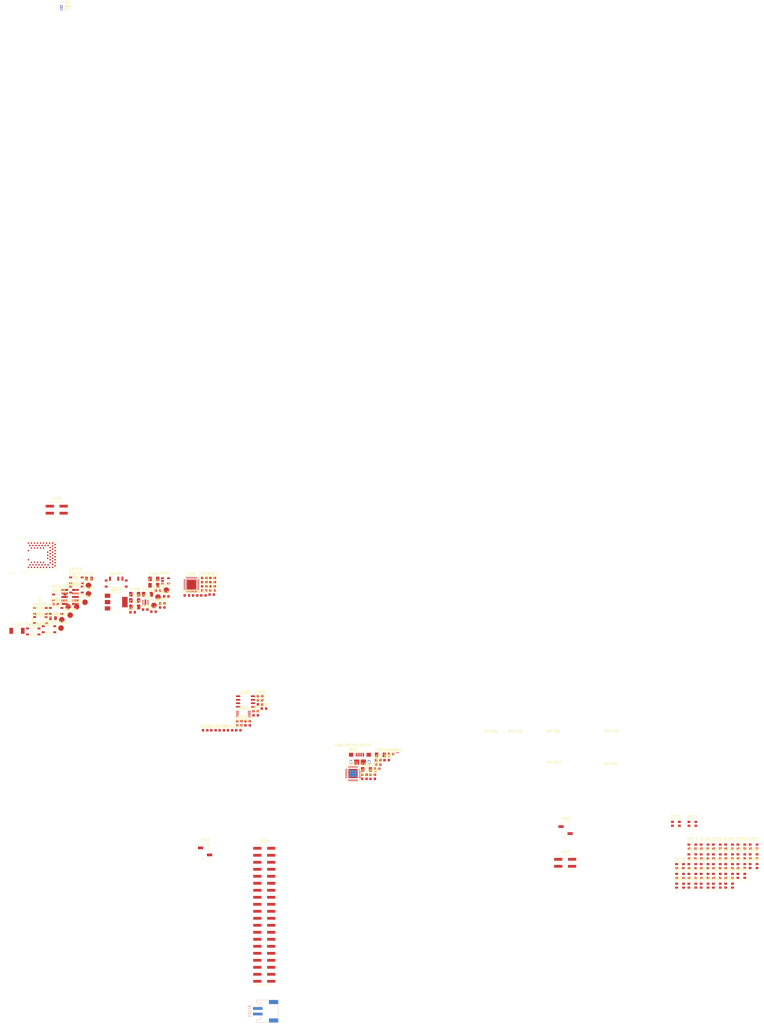
<source format=kicad_pcb>
(kicad_pcb (version 20171130) (host pcbnew "(5.0.0-3-g5ebb6b6)")
  (layers (0 F.Cu signal) (31 B.Cu signal) (34 B.Paste user) (35 F.Paste user) (36 B.SilkS user) (37 F.SilkS user) (38 B.Mask user) (39 F.Mask user) (44 Edge.Cuts user))
  (net 0 "")
  (net 1 VBATT)
  (net 2 GND)
  (net 3 AVCC)
  (net 4 USBDATA+)
  (net 5 USBDATA-)
  (net 6 DEBUG_SWDIO)
  (net 7 ~UP)
  (net 8 ~DOWN)
  (net 9 ~LEFT)
  (net 10 ~RIGHT)
  (net 11 ~A)
  (net 12 ~B)
  (net 13 ~RESET_TGTMCU)
  (net 14 CS5)
  (net 15 SW9)
  (net 16 SW7)
  (net 17 SW8)
  (net 18 CS6)
  (net 19 CS7)
  (net 20 CS8)
  (net 21 CS1)
  (net 22 SW6)
  (net 23 SW4)
  (net 24 CS2)
  (net 25 CS3)
  (net 26 CS4)
  (net 27 SW3)
  (net 28 SW1)
  (net 29 SW2)
  (net 30 SW12)
  (net 31 SW10)
  (net 32 DEBUG_SWDCLK)
  (net 33 DISP_CS)
  (net 34 DISP_SCLK)
  (net 35 DISP_DC)
  (net 36 TOUCH_CS)
  (net 37 SD_CS)
  (net 38 XTAL0)
  (net 39 XTAL1)
  (net 40 VBUS)
  (net 41 SW11)
  (net 42 SW5)
  (net 43 NFC_ANT0)
  (net 44 NFC_ANT1)
  (net 45 I2C_SCK)
  (net 46 I2C_SDA)
  (net 47 ~ENTER)
  (net 48 SDT_SPI_MOSI)
  (net 49 SDT_SPI_MISO)
  (net 50 SDT_SPI_SCK)
  (net 51 DISP_MISO)
  (net 52 DISP_MOSI)
  (net 53 AMP_SHUTDOWN)
  (net 54 UART_RTS)
  (net 55 UART_TX)
  (net 56 UART_CTS)
  (net 57 UART_RX)
  (net 58 I2S_SDOUT)
  (net 59 I2S_SCLK)
  (net 60 I2S_LRCK)
  (net 61 I2S_MCK)
  (net 62 "Net-(BT401-Pad1)")
  (net 63 "Net-(R501-Pad2)")
  (net 64 "Net-(C504-Pad1)")
  (net 65 "Net-(R604-Pad2)")
  (net 66 "Net-(C505-Pad1)")
  (net 67 "Net-(R404-Pad1)")
  (net 68 "Net-(R301-Pad2)")
  (net 69 "Net-(R403-Pad1)")
  (net 70 "Net-(R401-Pad1)")
  (net 71 "Net-(D402-Pad2)")
  (net 72 "Net-(R302-Pad2)")
  (net 73 "Net-(D401-Pad1)")
  (net 74 "Net-(R303-Pad1)")
  (net 75 "Net-(C506-Pad1)")
  (net 76 "Net-(R503-Pad1)")
  (net 77 "Net-(C510-Pad1)")
  (net 78 "Net-(R601-Pad2)")
  (net 79 "Net-(D601-Pad2)")
  (net 80 "Net-(D602-Pad2)")
  (net 81 "Net-(C511-Pad1)")
  (net 82 "Net-(U301-Pad20)")
  (net 83 "Net-(U301-Pad29)")
  (net 84 "Net-(U301-Pad32)")
  (net 85 "Net-(U301-Pad37)")
  (net 86 "Net-(U601-Pad1)")
  (net 87 "Net-(U601-Pad2)")
  (net 88 "Net-(U601-Pad10)")
  (net 89 "Net-(U601-Pad11)")
  (net 90 "Net-(U601-Pad12)")
  (net 91 "Net-(U601-Pad13)")
  (net 92 "Net-(U601-Pad14)")
  (net 93 "Net-(U601-Pad15)")
  (net 94 "Net-(U601-Pad16)")
  (net 95 "Net-(U601-Pad17)")
  (net 96 "Net-(D602-Pad1)")
  (net 97 "Net-(D601-Pad1)")
  (net 98 "Net-(U601-Pad20)")
  (net 99 "Net-(U601-Pad21)")
  (net 100 "Net-(U601-Pad22)")
  (net 101 "Net-(U403-Pad5)")
  (net 102 "Net-(J601-Pad4)")
  (net 103 "Net-(C507-Pad1)")
  (net 104 "Net-(C509-Pad1)")
  (net 105 "Net-(C506-Pad2)")
  (net 106 "Net-(C504-Pad2)")
  (net 107 "Net-(C505-Pad2)")
  (net 108 "Net-(C510-Pad2)")
  (net 109 "Net-(J104-Pad6)")
  (net 110 "Net-(J104-Pad7)")
  (net 111 "Net-(J104-Pad8)")
  (net 112 "Net-(SW401-Pad1)")
  (net 113 "Net-(U101-Pad32)")
  (net 114 "Net-(U101-Pad33)")
  (net 115 "Net-(U101-Pad34)")
  (net 116 "Net-(U101-Pad35)")
  (net 117 "Net-(U101-Pad36)")
  (net 118 "Net-(U101-Pad37)")
  (net 119 "Net-(U101-Pad38)")
  (net 120 "Net-(U101-Pad40)")
  (net 121 "Net-(U101-Pad41)")
  (net 122 "Net-(U101-Pad48)")
  (net 123 "Net-(U101-Pad56)")
  (net 124 "Net-(U101-Pad61)")
  (net 125 "Net-(U101-Pad62)")
  (net 126 "Net-(U101-Pad63)")
  (net 127 "Net-(U101-Pad64)")
  (net 128 "Net-(U101-Pad67)")
  (net 129 "Net-(U101-Pad68)")
  (net 130 "Net-(U601-Pad27)")
  (net 131 "Net-(U601-Pad28)")
  (net 132 "Net-(J104-Pad3)")
  (net 133 "Net-(J104-Pad4)")
  (net 134 "Net-(J104-Pad5)")
  (net 135 "Net-(J104-Pad9)")
  (net 136 "Net-(J104-Pad10)")
  (net 137 "Net-(J104-Pad11)")
  (net 138 "Net-(J104-Pad12)")
  (net 139 "Net-(J104-Pad13)")
  (net 140 "Net-(J104-Pad14)")
  (net 141 "Net-(J104-Pad15)")
  (net 142 "Net-(J104-Pad16)")
  (net 143 "Net-(J104-Pad17)")
  (net 144 "Net-(J104-Pad18)")
  (net 145 "Net-(J104-Pad19)")
  (net 146 "Net-(J104-Pad20)")
  (net 147 "Net-(J104-Pad21)")
  (net 148 "Net-(J104-Pad22)")
  (net 149 "Net-(J104-Pad26)")
  (net 150 "Net-(J104-Pad29)")
  (net 151 "Net-(J104-Pad31)")
  (net 152 "Net-(J104-Pad36)")
  (net 153 "Net-(J104-Pad37)")
  (net 154 "Net-(J104-Pad38)")
  (net 155 "Net-(J104-Pad39)")
  (net 156 "Net-(J101-Pad6)")
  (net 157 "Net-(J101-Pad7)")
  (net 158 "Net-(J101-Pad8)")
  (module Connector_PinHeader_1.00mm:PinHeader_1x02_P1.00mm_Horizontal (layer F.Cu) (at 30.815001 -234.524999)
    (fp_text reference J105 (at 1.375 -1.5) (layer F.SilkS))
    (fp_text value Conn_01x02_Female)
    (pad 1 thru_hole rect (at 0 0) (size 0.85 0.85) (drill 0.5) (layers *.Cu *.Mask) (net 43 NFC_ANT0))
    (pad 2 thru_hole oval (at 0 1) (size 0.85 0.85) (drill 0.5) (layers *.Cu *.Mask) (net 44 NFC_ANT1))
  )
  (module Connector_PinHeader_1.27mm:PinHeader_2x05_P1.27mm_Vertical_SMD (layer F.Cu) (at 33.965001 -20.304999)
    (fp_text reference J101 (at 0 -4.235) (layer F.SilkS))
    (fp_text value Conn_ARM_JTAG_SWD_10)
    (pad 1 smd rect (at -1.95 -2.54) (size 2.4 0.74) (layers F.Cu F.Paste F.Mask) (net 3 AVCC))
    (pad 2 smd rect (at 1.95 -2.54) (size 2.4 0.74) (layers F.Cu F.Paste F.Mask) (net 6 DEBUG_SWDIO))
    (pad 3 smd rect (at -1.95 -1.27) (size 2.4 0.74) (layers F.Cu F.Paste F.Mask) (net 2 GND))
    (pad 4 smd rect (at 1.95 -1.27) (size 2.4 0.74) (layers F.Cu F.Paste F.Mask) (net 32 DEBUG_SWDCLK))
    (pad 5 smd rect (at -1.95 0) (size 2.4 0.74) (layers F.Cu F.Paste F.Mask) (net 2 GND))
    (pad 6 smd rect (at 1.95 0) (size 2.4 0.74) (layers F.Cu F.Paste F.Mask) (net 156 "Net-(J101-Pad6)"))
    (pad 7 smd rect (at -1.95 1.27) (size 2.4 0.74) (layers F.Cu F.Paste F.Mask) (net 157 "Net-(J101-Pad7)"))
    (pad 8 smd rect (at 1.95 1.27) (size 2.4 0.74) (layers F.Cu F.Paste F.Mask) (net 158 "Net-(J101-Pad8)"))
    (pad 9 smd rect (at -1.95 2.54) (size 2.4 0.74) (layers F.Cu F.Paste F.Mask) (net 2 GND))
    (pad 10 smd rect (at 1.95 2.54) (size 2.4 0.74) (layers F.Cu F.Paste F.Mask) (net 13 ~RESET_TGTMCU))
  )
  (module Connector_PinSocket_2.54mm:PinSocket_2x02_P2.54mm_Vertical_SMD (layer F.Cu) (at 213.79 76.14)
    (fp_text reference J103 (at 0 -4.04) (layer F.SilkS))
    (fp_text value ShittyAddOnR)
    (pad 1 smd rect (at 2.52 -1.27) (size 3 1) (layers F.Cu F.Paste F.Mask) (net 46 I2C_SDA))
    (pad 2 smd rect (at -2.52 -1.27) (size 3 1) (layers F.Cu F.Paste F.Mask) (net 3 AVCC))
    (pad 3 smd rect (at 2.52 1.27) (size 3 1) (layers F.Cu F.Paste F.Mask) (net 45 I2C_SCK))
    (pad 4 smd rect (at -2.52 1.27) (size 3 1) (layers F.Cu F.Paste F.Mask) (net 2 GND))
  )
  (module Connector_PinSocket_2.54mm:PinSocket_2x20_P2.54mm_Vertical_SMD (layer F.Cu) (at 104.52 95)
    (fp_text reference J104 (at 0 -26.9) (layer F.SilkS))
    (fp_text value Conn_02x20_Odd_Even)
    (pad 1 smd rect (at 2.52 -24.13) (size 3 1) (layers F.Cu F.Paste F.Mask) (net 2 GND))
    (pad 2 smd rect (at -2.52 -24.13) (size 3 1) (layers F.Cu F.Paste F.Mask) (net 3 AVCC))
    (pad 3 smd rect (at 2.52 -21.59) (size 3 1) (layers F.Cu F.Paste F.Mask) (net 132 "Net-(J104-Pad3)"))
    (pad 4 smd rect (at -2.52 -21.59) (size 3 1) (layers F.Cu F.Paste F.Mask) (net 133 "Net-(J104-Pad4)"))
    (pad 5 smd rect (at 2.52 -19.05) (size 3 1) (layers F.Cu F.Paste F.Mask) (net 134 "Net-(J104-Pad5)"))
    (pad 6 smd rect (at -2.52 -19.05) (size 3 1) (layers F.Cu F.Paste F.Mask) (net 109 "Net-(J104-Pad6)"))
    (pad 7 smd rect (at 2.52 -16.51) (size 3 1) (layers F.Cu F.Paste F.Mask) (net 110 "Net-(J104-Pad7)"))
    (pad 8 smd rect (at -2.52 -16.51) (size 3 1) (layers F.Cu F.Paste F.Mask) (net 111 "Net-(J104-Pad8)"))
    (pad 9 smd rect (at 2.52 -13.97) (size 3 1) (layers F.Cu F.Paste F.Mask) (net 135 "Net-(J104-Pad9)"))
    (pad 10 smd rect (at -2.52 -13.97) (size 3 1) (layers F.Cu F.Paste F.Mask) (net 136 "Net-(J104-Pad10)"))
    (pad 11 smd rect (at 2.52 -11.43) (size 3 1) (layers F.Cu F.Paste F.Mask) (net 137 "Net-(J104-Pad11)"))
    (pad 12 smd rect (at -2.52 -11.43) (size 3 1) (layers F.Cu F.Paste F.Mask) (net 138 "Net-(J104-Pad12)"))
    (pad 13 smd rect (at 2.52 -8.89) (size 3 1) (layers F.Cu F.Paste F.Mask) (net 139 "Net-(J104-Pad13)"))
    (pad 14 smd rect (at -2.52 -8.89) (size 3 1) (layers F.Cu F.Paste F.Mask) (net 140 "Net-(J104-Pad14)"))
    (pad 15 smd rect (at 2.52 -6.35) (size 3 1) (layers F.Cu F.Paste F.Mask) (net 141 "Net-(J104-Pad15)"))
    (pad 16 smd rect (at -2.52 -6.35) (size 3 1) (layers F.Cu F.Paste F.Mask) (net 142 "Net-(J104-Pad16)"))
    (pad 17 smd rect (at 2.52 -3.81) (size 3 1) (layers F.Cu F.Paste F.Mask) (net 143 "Net-(J104-Pad17)"))
    (pad 18 smd rect (at -2.52 -3.81) (size 3 1) (layers F.Cu F.Paste F.Mask) (net 144 "Net-(J104-Pad18)"))
    (pad 19 smd rect (at 2.52 -1.27) (size 3 1) (layers F.Cu F.Paste F.Mask) (net 145 "Net-(J104-Pad19)"))
    (pad 20 smd rect (at -2.52 -1.27) (size 3 1) (layers F.Cu F.Paste F.Mask) (net 146 "Net-(J104-Pad20)"))
    (pad 21 smd rect (at 2.52 1.27) (size 3 1) (layers F.Cu F.Paste F.Mask) (net 147 "Net-(J104-Pad21)"))
    (pad 22 smd rect (at -2.52 1.27) (size 3 1) (layers F.Cu F.Paste F.Mask) (net 148 "Net-(J104-Pad22)"))
    (pad 23 smd rect (at 2.52 3.81) (size 3 1) (layers F.Cu F.Paste F.Mask) (net 33 DISP_CS))
    (pad 24 smd rect (at -2.52 3.81) (size 3 1) (layers F.Cu F.Paste F.Mask) (net 34 DISP_SCLK))
    (pad 25 smd rect (at 2.52 6.35) (size 3 1) (layers F.Cu F.Paste F.Mask) (net 35 DISP_DC))
    (pad 26 smd rect (at -2.52 6.35) (size 3 1) (layers F.Cu F.Paste F.Mask) (net 149 "Net-(J104-Pad26)"))
    (pad 27 smd rect (at 2.52 8.89) (size 3 1) (layers F.Cu F.Paste F.Mask) (net 52 DISP_MOSI))
    (pad 28 smd rect (at -2.52 8.89) (size 3 1) (layers F.Cu F.Paste F.Mask) (net 51 DISP_MISO))
    (pad 29 smd rect (at 2.52 11.43) (size 3 1) (layers F.Cu F.Paste F.Mask) (net 150 "Net-(J104-Pad29)"))
    (pad 30 smd rect (at -2.52 11.43) (size 3 1) (layers F.Cu F.Paste F.Mask) (net 36 TOUCH_CS))
    (pad 31 smd rect (at 2.52 13.97) (size 3 1) (layers F.Cu F.Paste F.Mask) (net 151 "Net-(J104-Pad31)"))
    (pad 32 smd rect (at -2.52 13.97) (size 3 1) (layers F.Cu F.Paste F.Mask) (net 49 SDT_SPI_MISO))
    (pad 33 smd rect (at 2.52 16.51) (size 3 1) (layers F.Cu F.Paste F.Mask) (net 50 SDT_SPI_SCK))
    (pad 34 smd rect (at -2.52 16.51) (size 3 1) (layers F.Cu F.Paste F.Mask) (net 48 SDT_SPI_MOSI))
    (pad 35 smd rect (at 2.52 19.05) (size 3 1) (layers F.Cu F.Paste F.Mask) (net 37 SD_CS))
    (pad 36 smd rect (at -2.52 19.05) (size 3 1) (layers F.Cu F.Paste F.Mask) (net 152 "Net-(J104-Pad36)"))
    (pad 37 smd rect (at 2.52 21.59) (size 3 1) (layers F.Cu F.Paste F.Mask) (net 153 "Net-(J104-Pad37)"))
    (pad 38 smd rect (at -2.52 21.59) (size 3 1) (layers F.Cu F.Paste F.Mask) (net 154 "Net-(J104-Pad38)"))
    (pad 39 smd rect (at 2.52 24.13) (size 3 1) (layers F.Cu F.Paste F.Mask) (net 155 "Net-(J104-Pad39)"))
    (pad 40 smd rect (at -2.52 24.13) (size 3 1) (layers F.Cu F.Paste F.Mask) (net 2 GND))
  )
  (module MountingHole:MountingHole_3.2mm_M3_DIN965 (layer F.Cu) (at 209.52 32.23)
    (fp_text reference MH701 (at 0 -3.8) (layer F.SilkS))
    (fp_text value "DISP UL")
    (pad 1 np_thru_hole circle (at 0 0) (size 3.2 3.2) (drill 3.2) (layers *.Cu *.Mask))
  )
  (module MountingHole:MountingHole_3.2mm_M3_DIN965 (layer F.Cu) (at 230.59 32.14)
    (fp_text reference MH702 (at 0 -3.8) (layer F.SilkS))
    (fp_text value "DISP UR")
    (pad 1 np_thru_hole circle (at 0 0) (size 3.2 3.2) (drill 3.2) (layers *.Cu *.Mask))
  )
  (module MountingHole:MountingHole_3.2mm_M3_DIN965 (layer F.Cu) (at 209.71 43.52)
    (fp_text reference MH703 (at 0 -3.8) (layer F.SilkS))
    (fp_text value "DISP LL")
    (pad 1 np_thru_hole circle (at 0 0) (size 3.2 3.2) (drill 3.2) (layers *.Cu *.Mask))
  )
  (module MountingHole:MountingHole_3.2mm_M3_DIN965 (layer F.Cu) (at 230.33 44.06)
    (fp_text reference MH704 (at 0 -3.8) (layer F.SilkS))
    (fp_text value "DISP LR")
    (pad 1 np_thru_hole circle (at 0 0) (size 3.2 3.2) (drill 3.2) (layers *.Cu *.Mask))
  )
  (module MountingHole:MountingHole_3.2mm_M3_DIN965 (layer F.Cu) (at 186.68 32.32)
    (fp_text reference MH705 (at 0 -3.8) (layer F.SilkS))
    (fp_text value LANYARD1)
    (pad 1 np_thru_hole circle (at 0 0) (size 3.2 3.2) (drill 3.2) (layers *.Cu *.Mask))
  )
  (module MountingHole:MountingHole_3.2mm_M3_DIN965 (layer F.Cu) (at 195.58 32.26)
    (fp_text reference MH706 (at 0 -3.8) (layer F.SilkS))
    (fp_text value LANYARD2)
    (pad 1 np_thru_hole circle (at 0 0) (size 3.2 3.2) (drill 3.2) (layers *.Cu *.Mask))
  )
  (module Connector_JST:JST_PH_S2B-PH-SM4-TB_1x02-1MP_P2.00mm_Horizontal (layer B.Cu) (at 105 130 270)
    (fp_text reference BT401 (at 0 5.8 270) (layer B.SilkS) (effects (justify mirror)))
    (fp_text value Battery)
    (pad 1 smd rect (at -1 2.85 270) (size 1 3.5) (layers B.Cu B.Paste B.Mask) (net 62 "Net-(BT401-Pad1)"))
    (pad 2 smd rect (at 1 2.85 270) (size 1 3.5) (layers B.Cu B.Paste B.Mask) (net 2 GND))
    (pad MP smd rect (at -3.35 -2.9 270) (size 1.5 3.4) (layers B.Cu B.Paste B.Mask))
    (pad MP smd rect (at 3.35 -2.9 270) (size 1.5 3.4) (layers B.Cu B.Paste B.Mask))
  )
  (module Connector_PinSocket_2.54mm:PinSocket_2x02_P2.54mm_Vertical_SMD (layer F.Cu) (at 29.11 -51.97)
    (fp_text reference J102 (at 0 -4.04) (layer F.SilkS))
    (fp_text value ShittyAddOnL)
    (pad 1 smd rect (at 2.52 -1.27) (size 3 1) (layers F.Cu F.Paste F.Mask) (net 46 I2C_SDA))
    (pad 2 smd rect (at -2.52 -1.27) (size 3 1) (layers F.Cu F.Paste F.Mask) (net 3 AVCC))
    (pad 3 smd rect (at 2.52 1.27) (size 3 1) (layers F.Cu F.Paste F.Mask) (net 45 I2C_SCK))
    (pad 4 smd rect (at -2.52 1.27) (size 3 1) (layers F.Cu F.Paste F.Mask) (net 2 GND))
  )
  (module Connector_PinSocket_2.54mm:PinSocket_1x02_P2.54mm_Vertical_SMD_Pin1Left (layer F.Cu) (at 213.93 64.27)
    (fp_text reference J502 (at 0 -4.14) (layer F.SilkS))
    (fp_text value SPK_RIGHT)
    (pad 2 smd rect (at 1.65 1.27) (size 1.9 1) (layers F.Cu F.Paste F.Mask) (net 2 GND))
    (pad 1 smd rect (at -1.65 -1.27) (size 1.9 1) (layers F.Cu F.Paste F.Mask) (net 108 "Net-(C510-Pad2)"))
  )
  (module Connector_PinSocket_2.54mm:PinSocket_1x02_P2.54mm_Vertical_SMD_Pin1Left (layer F.Cu) (at 83 72)
    (fp_text reference J501 (at 0 -4.14) (layer F.SilkS))
    (fp_text value "SPK LEFT")
    (pad 1 smd rect (at -1.65 -1.27) (size 1.9 1) (layers F.Cu F.Paste F.Mask) (net 107 "Net-(C505-Pad2)"))
    (pad 2 smd rect (at 1.65 1.27) (size 1.9 1) (layers F.Cu F.Paste F.Mask) (net 2 GND))
  )
  (module Package_DFN_QFN:QFN-28-1EP_5x5mm_P0.5mm_EP3.35x3.35mm_ThermalVias (layer F.Cu) (at 136.735001 43.755001)
    (fp_text reference U601 (at 0 -3.8) (layer F.SilkS))
    (fp_text value CP2102N-A01-GQFN28)
    (pad 29 smd roundrect (at 0 0) (size 3.35 3.35) (layers F.Cu F.Mask) (roundrect_rratio 0.074627) (net 2 GND))
    (pad 29 thru_hole circle (at -1 -1) (size 0.5 0.5) (drill 0.2) (layers *.Cu) (net 2 GND))
    (pad 29 thru_hole circle (at 0 -1) (size 0.5 0.5) (drill 0.2) (layers *.Cu) (net 2 GND))
    (pad 29 thru_hole circle (at 1 -1) (size 0.5 0.5) (drill 0.2) (layers *.Cu) (net 2 GND))
    (pad 29 thru_hole circle (at -1 0) (size 0.5 0.5) (drill 0.2) (layers *.Cu) (net 2 GND))
    (pad 29 thru_hole circle (at 0 0) (size 0.5 0.5) (drill 0.2) (layers *.Cu) (net 2 GND))
    (pad 29 thru_hole circle (at 1 0) (size 0.5 0.5) (drill 0.2) (layers *.Cu) (net 2 GND))
    (pad 29 thru_hole circle (at -1 1) (size 0.5 0.5) (drill 0.2) (layers *.Cu) (net 2 GND))
    (pad 29 thru_hole circle (at 0 1) (size 0.5 0.5) (drill 0.2) (layers *.Cu) (net 2 GND))
    (pad 29 thru_hole circle (at 1 1) (size 0.5 0.5) (drill 0.2) (layers *.Cu) (net 2 GND))
    (pad 29 smd roundrect (at 0 0) (size 2.5 2.5) (layers B.Cu) (roundrect_rratio 0.1) (net 2 GND))
    (pad 1 smd roundrect (at -2.45 -1.5) (size 0.8 0.25) (layers F.Cu F.Paste F.Mask) (net 86 "Net-(U601-Pad1)"))
    (pad 2 smd roundrect (at -2.45 -1) (size 0.8 0.25) (layers F.Cu F.Paste F.Mask) (net 87 "Net-(U601-Pad2)"))
    (pad 3 smd roundrect (at -2.45 -0.5) (size 0.8 0.25) (layers F.Cu F.Paste F.Mask) (net 2 GND))
    (pad 4 smd roundrect (at -2.45 0) (size 0.8 0.25) (layers F.Cu F.Paste F.Mask) (net 4 USBDATA+))
    (pad 5 smd roundrect (at -2.45 0.5) (size 0.8 0.25) (layers F.Cu F.Paste F.Mask) (net 5 USBDATA-))
    (pad 6 smd roundrect (at -2.45 1) (size 0.8 0.25) (layers F.Cu F.Paste F.Mask) (net 3 AVCC))
    (pad 7 smd roundrect (at -2.45 1.5) (size 0.8 0.25) (layers F.Cu F.Paste F.Mask) (net 3 AVCC))
    (pad 8 smd roundrect (at -1.5 2.45) (size 0.25 0.8) (layers F.Cu F.Paste F.Mask) (net 65 "Net-(R604-Pad2)"))
    (pad 9 smd roundrect (at -1 2.45) (size 0.25 0.8) (layers F.Cu F.Paste F.Mask) (net 78 "Net-(R601-Pad2)"))
    (pad 10 smd roundrect (at -0.5 2.45) (size 0.25 0.8) (layers F.Cu F.Paste F.Mask) (net 88 "Net-(U601-Pad10)"))
    (pad 11 smd roundrect (at 0 2.45) (size 0.25 0.8) (layers F.Cu F.Paste F.Mask) (net 89 "Net-(U601-Pad11)"))
    (pad 12 smd roundrect (at 0.5 2.45) (size 0.25 0.8) (layers F.Cu F.Paste F.Mask) (net 90 "Net-(U601-Pad12)"))
    (pad 13 smd roundrect (at 1 2.45) (size 0.25 0.8) (layers F.Cu F.Paste F.Mask) (net 91 "Net-(U601-Pad13)"))
    (pad 14 smd roundrect (at 1.5 2.45) (size 0.25 0.8) (layers F.Cu F.Paste F.Mask) (net 92 "Net-(U601-Pad14)"))
    (pad 15 smd roundrect (at 2.45 1.5) (size 0.8 0.25) (layers F.Cu F.Paste F.Mask) (net 93 "Net-(U601-Pad15)"))
    (pad 16 smd roundrect (at 2.45 1) (size 0.8 0.25) (layers F.Cu F.Paste F.Mask) (net 94 "Net-(U601-Pad16)"))
    (pad 17 smd roundrect (at 2.45 0.5) (size 0.8 0.25) (layers F.Cu F.Paste F.Mask) (net 95 "Net-(U601-Pad17)"))
    (pad 18 smd roundrect (at 2.45 0) (size 0.8 0.25) (layers F.Cu F.Paste F.Mask) (net 96 "Net-(D602-Pad1)"))
    (pad 19 smd roundrect (at 2.45 -0.5) (size 0.8 0.25) (layers F.Cu F.Paste F.Mask) (net 97 "Net-(D601-Pad1)"))
    (pad 20 smd roundrect (at 2.45 -1) (size 0.8 0.25) (layers F.Cu F.Paste F.Mask) (net 98 "Net-(U601-Pad20)"))
    (pad 21 smd roundrect (at 2.45 -1.5) (size 0.8 0.25) (layers F.Cu F.Paste F.Mask) (net 99 "Net-(U601-Pad21)"))
    (pad 22 smd roundrect (at 1.5 -2.45) (size 0.25 0.8) (layers F.Cu F.Paste F.Mask) (net 100 "Net-(U601-Pad22)"))
    (pad 23 smd roundrect (at 1 -2.45) (size 0.25 0.8) (layers F.Cu F.Paste F.Mask) (net 54 UART_RTS))
    (pad 24 smd roundrect (at 0.5 -2.45) (size 0.25 0.8) (layers F.Cu F.Paste F.Mask) (net 56 UART_CTS))
    (pad 25 smd roundrect (at 0 -2.45) (size 0.25 0.8) (layers F.Cu F.Paste F.Mask) (net 55 UART_TX))
    (pad 26 smd roundrect (at -0.5 -2.45) (size 0.25 0.8) (layers F.Cu F.Paste F.Mask) (net 57 UART_RX))
    (pad 27 smd roundrect (at -1 -2.45) (size 0.25 0.8) (layers F.Cu F.Paste F.Mask) (net 130 "Net-(U601-Pad27)"))
    (pad 28 smd roundrect (at -1.5 -2.45) (size 0.25 0.8) (layers F.Cu F.Paste F.Mask) (net 131 "Net-(U601-Pad28)"))
  )
  (module BMD-340-A-R:RIGADO_BMD-340-A-R (layer F.Cu) (at 21.69 -35.46)
    (fp_text reference U101 (at -5.23628 -5.9147) (layer F.SilkS) (effects (font (size 1.00505 1.00505) (thickness 0.05))))
    (fp_text value BMD-340-A-R (at -4.59823 6.39729) (layer F.SilkS) (effects (font (size 1.00507 1.00507) (thickness 0.05))))
    (pad 1 smd rect (at -2.85 4.4) (size 0.5 0.5) (layers F.Cu F.Paste F.Mask) (net 2 GND))
    (pad 2 smd rect (at -2.3 3.5) (size 0.5 0.5) (layers F.Cu F.Paste F.Mask) (net 2 GND))
    (pad 3 smd rect (at -1.75 4.4) (size 0.5 0.5) (layers F.Cu F.Paste F.Mask) (net 2 GND))
    (pad 4 smd rect (at -1.2 3.5) (size 0.5 0.5) (layers F.Cu F.Paste F.Mask) (net 2 GND))
    (pad 5 smd rect (at -0.65 4.4) (size 0.5 0.5) (layers F.Cu F.Paste F.Mask) (net 2 GND))
    (pad 6 smd rect (at -0.1 3.5) (size 0.5 0.5) (layers F.Cu F.Paste F.Mask) (net 10 ~RIGHT))
    (pad 7 smd rect (at 0.45 4.4) (size 0.5 0.5) (layers F.Cu F.Paste F.Mask) (net 45 I2C_SCK))
    (pad 8 smd rect (at 1 3.5) (size 0.5 0.5) (layers F.Cu F.Paste F.Mask) (net 46 I2C_SDA))
    (pad 9 smd rect (at 1.55 4.4) (size 0.5 0.5) (layers F.Cu F.Paste F.Mask) (net 34 DISP_SCLK))
    (pad 10 smd rect (at 2.1 3.5) (size 0.5 0.5) (layers F.Cu F.Paste F.Mask) (net 51 DISP_MISO))
    (pad 11 smd rect (at 2.65 4.4) (size 0.5 0.5) (layers F.Cu F.Paste F.Mask) (net 52 DISP_MOSI))
    (pad 12 smd rect (at 3.2 3.5) (size 0.5 0.5) (layers F.Cu F.Paste F.Mask) (net 33 DISP_CS))
    (pad 13 smd rect (at 3.75 4.4) (size 0.5 0.5) (layers F.Cu F.Paste F.Mask) (net 38 XTAL0))
    (pad 14 smd rect (at 4.3 3.5) (size 0.5 0.5) (layers F.Cu F.Paste F.Mask) (net 39 XTAL1))
    (pad 15 smd rect (at 4.85 4.4) (size 0.5 0.5) (layers F.Cu F.Paste F.Mask) (net 53 AMP_SHUTDOWN))
    (pad 16 smd rect (at 5.95 4.4) (size 0.5 0.5) (layers F.Cu F.Paste F.Mask) (net 2 GND))
    (pad 17 smd rect (at 5.95 3.3) (size 0.5 0.5) (layers F.Cu F.Paste F.Mask) (net 3 AVCC))
    (pad 18 smd rect (at 5.05 2.75) (size 0.5 0.5) (layers F.Cu F.Paste F.Mask) (net 2 GND))
    (pad 19 smd rect (at 5.95 2.2) (size 0.5 0.5) (layers F.Cu F.Paste F.Mask) (net 36 TOUCH_CS))
    (pad 20 smd rect (at 5.05 1.65) (size 0.5 0.5) (layers F.Cu F.Paste F.Mask) (net 35 DISP_DC))
    (pad 21 smd rect (at 5.95 1.1) (size 0.5 0.5) (layers F.Cu F.Paste F.Mask) (net 54 UART_RTS))
    (pad 22 smd rect (at 5.05 0.55) (size 0.5 0.5) (layers F.Cu F.Paste F.Mask) (net 55 UART_TX))
    (pad 23 smd rect (at 5.95 0) (size 0.5 0.5) (layers F.Cu F.Paste F.Mask) (net 56 UART_CTS))
    (pad 24 smd rect (at 5.05 -0.55) (size 0.5 0.5) (layers F.Cu F.Paste F.Mask) (net 57 UART_RX))
    (pad 25 smd rect (at 5.95 -1.1) (size 0.5 0.5) (layers F.Cu F.Paste F.Mask) (net 43 NFC_ANT0))
    (pad 26 smd rect (at 5.05 -1.65) (size 0.5 0.5) (layers F.Cu F.Paste F.Mask) (net 44 NFC_ANT1))
    (pad 27 smd rect (at 5.95 -2.2) (size 0.5 0.5) (layers F.Cu F.Paste F.Mask) (net 7 ~UP))
    (pad 28 smd rect (at 5.05 -2.75) (size 0.5 0.5) (layers F.Cu F.Paste F.Mask) (net 8 ~DOWN))
    (pad 29 smd rect (at 5.95 -3.3) (size 0.5 0.5) (layers F.Cu F.Paste F.Mask) (net 2 GND))
    (pad 30 smd rect (at 5.95 -4.4) (size 0.5 0.5) (layers F.Cu F.Paste F.Mask) (net 2 GND))
    (pad 31 smd rect (at 4.85 -4.4) (size 0.5 0.5) (layers F.Cu F.Paste F.Mask) (net 37 SD_CS))
    (pad 32 smd rect (at 4.3 -3.5) (size 0.5 0.5) (layers F.Cu F.Paste F.Mask) (net 113 "Net-(U101-Pad32)"))
    (pad 33 smd rect (at 3.75 -4.4) (size 0.5 0.5) (layers F.Cu F.Paste F.Mask) (net 114 "Net-(U101-Pad33)"))
    (pad 34 smd rect (at 3.2 -3.5) (size 0.5 0.5) (layers F.Cu F.Paste F.Mask) (net 115 "Net-(U101-Pad34)"))
    (pad 35 smd rect (at 2.65 -4.4) (size 0.5 0.5) (layers F.Cu F.Paste F.Mask) (net 116 "Net-(U101-Pad35)"))
    (pad 36 smd rect (at 2.1 -3.5) (size 0.5 0.5) (layers F.Cu F.Paste F.Mask) (net 117 "Net-(U101-Pad36)"))
    (pad 37 smd rect (at 1.55 -4.4) (size 0.5 0.5) (layers F.Cu F.Paste F.Mask) (net 118 "Net-(U101-Pad37)"))
    (pad 38 smd rect (at 1 -3.5) (size 0.5 0.5) (layers F.Cu F.Paste F.Mask) (net 119 "Net-(U101-Pad38)"))
    (pad 39 smd rect (at 0.45 -4.4) (size 0.5 0.5) (layers F.Cu F.Paste F.Mask) (net 13 ~RESET_TGTMCU))
    (pad 40 smd rect (at -0.1 -3.5) (size 0.5 0.5) (layers F.Cu F.Paste F.Mask) (net 120 "Net-(U101-Pad40)"))
    (pad 41 smd rect (at -0.65 -4.4) (size 0.5 0.5) (layers F.Cu F.Paste F.Mask) (net 121 "Net-(U101-Pad41)"))
    (pad 42 smd rect (at -1.2 -3.5) (size 0.5 0.5) (layers F.Cu F.Paste F.Mask) (net 9 ~LEFT))
    (pad 43 smd rect (at -1.75 -4.4) (size 0.5 0.5) (layers F.Cu F.Paste F.Mask) (net 32 DEBUG_SWDCLK))
    (pad 44 smd rect (at -2.3 -3.5) (size 0.5 0.5) (layers F.Cu F.Paste F.Mask) (net 6 DEBUG_SWDIO))
    (pad 45 smd rect (at -2.85 -4.4) (size 0.5 0.5) (layers F.Cu F.Paste F.Mask) (net 2 GND))
    (pad 46 smd rect (at -2.85 -1.65) (size 0.5 0.5) (layers F.Cu F.Paste F.Mask) (net 2 GND))
    (pad 47 smd rect (at -2.85 1.65) (size 0.5 0.5) (layers F.Cu F.Paste F.Mask) (net 2 GND))
    (pad 48 smd rect (at -1.75 2.6) (size 0.5 0.5) (layers F.Cu F.Paste F.Mask) (net 122 "Net-(U101-Pad48)"))
    (pad 49 smd rect (at -0.65 2.6) (size 0.5 0.5) (layers F.Cu F.Paste F.Mask) (net 50 SDT_SPI_SCK))
    (pad 50 smd rect (at 0.45 2.6) (size 0.5 0.5) (layers F.Cu F.Paste F.Mask) (net 49 SDT_SPI_MISO))
    (pad 51 smd rect (at 1.55 2.6) (size 0.5 0.5) (layers F.Cu F.Paste F.Mask) (net 48 SDT_SPI_MOSI))
    (pad 52 smd rect (at 2.65 2.6) (size 0.5 0.5) (layers F.Cu F.Paste F.Mask) (net 11 ~A))
    (pad 53 smd rect (at 4.15 1.1) (size 0.5 0.5) (layers F.Cu F.Paste F.Mask) (net 12 ~B))
    (pad 54 smd rect (at 4.15 0) (size 0.5 0.5) (layers F.Cu F.Paste F.Mask) (net 47 ~ENTER))
    (pad 55 smd rect (at 4.15 -1.1) (size 0.5 0.5) (layers F.Cu F.Paste F.Mask) (net 2 GND))
    (pad 56 smd rect (at 2.65 -2.6) (size 0.5 0.5) (layers F.Cu F.Paste F.Mask) (net 123 "Net-(U101-Pad56)"))
    (pad 57 smd rect (at 1.55 -2.6) (size 0.5 0.5) (layers F.Cu F.Paste F.Mask) (net 58 I2S_SDOUT))
    (pad 58 smd rect (at 0.45 -2.6) (size 0.5 0.5) (layers F.Cu F.Paste F.Mask) (net 59 I2S_SCLK))
    (pad 59 smd rect (at -0.65 -2.6) (size 0.5 0.5) (layers F.Cu F.Paste F.Mask) (net 60 I2S_LRCK))
    (pad 60 smd rect (at -1.75 -2.6) (size 0.5 0.5) (layers F.Cu F.Paste F.Mask) (net 61 I2S_MCK))
    (pad 61 smd rect (at 6.85 3.85) (size 0.5 0.5) (layers F.Cu F.Paste F.Mask) (net 124 "Net-(U101-Pad61)"))
    (pad 62 smd rect (at 6.85 2.75) (size 0.5 0.5) (layers F.Cu F.Paste F.Mask) (net 125 "Net-(U101-Pad62)"))
    (pad 63 smd rect (at 6.85 1.65) (size 0.5 0.5) (layers F.Cu F.Paste F.Mask) (net 126 "Net-(U101-Pad63)"))
    (pad 64 smd rect (at 6.85 0.55) (size 0.5 0.5) (layers F.Cu F.Paste F.Mask) (net 127 "Net-(U101-Pad64)"))
    (pad 65 smd rect (at 6.85 -0.55) (size 0.5 0.5) (layers F.Cu F.Paste F.Mask) (net 3 AVCC))
    (pad 66 smd rect (at 6.85 -1.65) (size 0.5 0.5) (layers F.Cu F.Paste F.Mask) (net 3 AVCC))
    (pad 67 smd rect (at 6.85 -2.75) (size 0.5 0.5) (layers F.Cu F.Paste F.Mask) (net 128 "Net-(U101-Pad67)"))
    (pad 68 smd rect (at 6.85 -3.85) (size 0.5 0.5) (layers F.Cu F.Paste F.Mask) (net 129 "Net-(U101-Pad68)"))
  )
  (module Button_Switch_SMD:SW_SPDT_PCM12 (layer F.Cu) (at 50.725001 -25.494999)
    (fp_text reference SW401 (at 0 -3.2) (layer F.SilkS))
    (fp_text value "POWER ON")
    (pad "" np_thru_hole circle (at -1.5 0.33) (size 0.9 0.9) (drill 0.9) (layers *.Cu *.Mask))
    (pad "" np_thru_hole circle (at 1.5 0.33) (size 0.9 0.9) (drill 0.9) (layers *.Cu *.Mask))
    (pad 1 smd rect (at -2.25 -1.43) (size 0.7 1.5) (layers F.Cu F.Paste F.Mask) (net 112 "Net-(SW401-Pad1)"))
    (pad 2 smd rect (at 0.75 -1.43) (size 0.7 1.5) (layers F.Cu F.Paste F.Mask) (net 1 VBATT))
    (pad 3 smd rect (at 2.25 -1.43) (size 0.7 1.5) (layers F.Cu F.Paste F.Mask) (net 62 "Net-(BT401-Pad1)"))
    (pad "" smd rect (at -3.65 1.43) (size 1 0.8) (layers F.Cu F.Paste F.Mask))
    (pad "" smd rect (at 3.65 1.43) (size 1 0.8) (layers F.Cu F.Paste F.Mask))
    (pad "" smd rect (at 3.65 -0.78) (size 1 0.8) (layers F.Cu F.Paste F.Mask))
    (pad "" smd rect (at -3.65 -0.78) (size 1 0.8) (layers F.Cu F.Paste F.Mask))
  )
  (module Capacitor_SMD:C_0603_1608Metric (layer F.Cu) (at 85.415001 -21.174999)
    (fp_text reference C301 (at 0 -1.43) (layer F.SilkS))
    (fp_text value 1uF)
    (pad 1 smd roundrect (at -0.7875 0) (size 0.875 0.95) (layers F.Cu F.Paste F.Mask) (net 3 AVCC))
    (pad 2 smd roundrect (at 0.7875 0) (size 0.875 0.95) (layers F.Cu F.Paste F.Mask) (net 2 GND))
  )
  (module Capacitor_SMD:C_0603_1608Metric (layer F.Cu) (at 85.745001 -24.194999)
    (fp_text reference C302 (at 0 -1.43) (layer F.SilkS))
    (fp_text value 0.1uF)
    (pad 2 smd roundrect (at 0.7875 0) (size 0.875 0.95) (layers F.Cu F.Paste F.Mask) (net 2 GND))
    (pad 1 smd roundrect (at -0.7875 0) (size 0.875 0.95) (layers F.Cu F.Paste F.Mask) (net 3 AVCC))
  )
  (module Capacitor_SMD:C_0603_1608Metric (layer F.Cu) (at 85.745001 -25.704999)
    (fp_text reference C303 (at 0 -1.43) (layer F.SilkS))
    (fp_text value 1uF)
    (pad 1 smd roundrect (at -0.7875 0) (size 0.875 0.95) (layers F.Cu F.Paste F.Mask) (net 3 AVCC))
    (pad 2 smd roundrect (at 0.7875 0) (size 0.875 0.95) (layers F.Cu F.Paste F.Mask) (net 2 GND))
  )
  (module Capacitor_SMD:C_0603_1608Metric (layer F.Cu) (at 82.735001 -24.194999)
    (fp_text reference C304 (at 0 -1.43) (layer F.SilkS))
    (fp_text value 0.1uF)
    (pad 2 smd roundrect (at 0.7875 0) (size 0.875 0.95) (layers F.Cu F.Paste F.Mask) (net 2 GND))
    (pad 1 smd roundrect (at -0.7875 0) (size 0.875 0.95) (layers F.Cu F.Paste F.Mask) (net 3 AVCC))
  )
  (module Capacitor_SMD:C_0603_1608Metric (layer F.Cu) (at 82.735001 -25.704999)
    (fp_text reference C305 (at 0 -1.43) (layer F.SilkS))
    (fp_text value 1uF)
    (pad 1 smd roundrect (at -0.7875 0) (size 0.875 0.95) (layers F.Cu F.Paste F.Mask) (net 3 AVCC))
    (pad 2 smd roundrect (at 0.7875 0) (size 0.875 0.95) (layers F.Cu F.Paste F.Mask) (net 2 GND))
  )
  (module Capacitor_SMD:C_0603_1608Metric (layer F.Cu) (at 79.395001 -20.864999)
    (fp_text reference C306 (at 0 -1.43) (layer F.SilkS))
    (fp_text value 0.1uF)
    (pad 2 smd roundrect (at 0.7875 0) (size 0.875 0.95) (layers F.Cu F.Paste F.Mask) (net 2 GND))
    (pad 1 smd roundrect (at -0.7875 0) (size 0.875 0.95) (layers F.Cu F.Paste F.Mask) (net 3 AVCC))
  )
  (module Capacitor_SMD:C_0603_1608Metric (layer F.Cu) (at 82.735001 -27.214999)
    (fp_text reference C307 (at 0 -1.43) (layer F.SilkS))
    (fp_text value 1uF)
    (pad 1 smd roundrect (at -0.7875 0) (size 0.875 0.95) (layers F.Cu F.Paste F.Mask) (net 3 AVCC))
    (pad 2 smd roundrect (at 0.7875 0) (size 0.875 0.95) (layers F.Cu F.Paste F.Mask) (net 2 GND))
  )
  (module Capacitor_SMD:C_0603_1608Metric (layer F.Cu) (at 76.385001 -20.864999)
    (fp_text reference C308 (at 0 -1.43) (layer F.SilkS))
    (fp_text value 0.1uF)
    (pad 2 smd roundrect (at 0.7875 0) (size 0.875 0.95) (layers F.Cu F.Paste F.Mask) (net 2 GND))
    (pad 1 smd roundrect (at -0.7875 0) (size 0.875 0.95) (layers F.Cu F.Paste F.Mask) (net 3 AVCC))
  )
  (module Capacitor_SMD:C_0603_1608Metric (layer F.Cu) (at 82.735001 -22.684999)
    (fp_text reference C309 (at 0 -1.43) (layer F.SilkS))
    (fp_text value 1uF)
    (pad 1 smd roundrect (at -0.7875 0) (size 0.875 0.95) (layers F.Cu F.Paste F.Mask) (net 3 AVCC))
    (pad 2 smd roundrect (at 0.7875 0) (size 0.875 0.95) (layers F.Cu F.Paste F.Mask) (net 2 GND))
  )
  (module Capacitor_SMD:C_0603_1608Metric (layer F.Cu) (at 148.945001 38.895001)
    (fp_text reference C602 (at 0 -1.43) (layer F.SilkS))
    (fp_text value 0.1uF)
    (pad 2 smd roundrect (at 0.7875 0) (size 0.875 0.95) (layers F.Cu F.Paste F.Mask) (net 2 GND))
    (pad 1 smd roundrect (at -0.7875 0) (size 0.875 0.95) (layers F.Cu F.Paste F.Mask) (net 40 VBUS))
  )
  (module Capacitor_SMD:C_0603_1608Metric (layer F.Cu) (at 83.045001 28.055001)
    (fp_text reference C511 (at 0 -1.43) (layer F.SilkS))
    (fp_text value "1uF Ceramic")
    (pad 1 smd roundrect (at -0.7875 0) (size 0.875 0.95) (layers F.Cu F.Paste F.Mask) (net 81 "Net-(C511-Pad1)"))
    (pad 2 smd roundrect (at 0.7875 0) (size 0.875 0.95) (layers F.Cu F.Paste F.Mask) (net 2 GND))
  )
  (module Capacitor_SMD:C_0603_1608Metric (layer F.Cu) (at 86.055001 28.055001)
    (fp_text reference C510 (at 0 -1.43) (layer F.SilkS))
    (fp_text value 100uF)
    (pad 2 smd roundrect (at 0.7875 0) (size 0.875 0.95) (layers F.Cu F.Paste F.Mask) (net 108 "Net-(C510-Pad2)"))
    (pad 1 smd roundrect (at -0.7875 0) (size 0.875 0.95) (layers F.Cu F.Paste F.Mask) (net 77 "Net-(C510-Pad1)"))
  )
  (module Capacitor_SMD:C_0603_1608Metric (layer F.Cu) (at 102.955001 15.655001)
    (fp_text reference C509 (at 0 -1.43) (layer F.SilkS))
    (fp_text value 10uF)
    (pad 1 smd roundrect (at -0.7875 0) (size 0.875 0.95) (layers F.Cu F.Paste F.Mask) (net 104 "Net-(C509-Pad1)"))
    (pad 2 smd roundrect (at 0.7875 0) (size 0.875 0.95) (layers F.Cu F.Paste F.Mask) (net 2 GND))
  )
  (module Capacitor_SMD:C_0603_1608Metric (layer F.Cu) (at 89.065001 28.055001)
    (fp_text reference C508 (at 0 -1.43) (layer F.SilkS))
    (fp_text value 3.3uF)
    (pad 2 smd roundrect (at 0.7875 0) (size 0.875 0.95) (layers F.Cu F.Paste F.Mask) (net 2 GND))
    (pad 1 smd roundrect (at -0.7875 0) (size 0.875 0.95) (layers F.Cu F.Paste F.Mask) (net 103 "Net-(C507-Pad1)"))
  )
  (module Capacitor_SMD:C_0603_1608Metric (layer F.Cu) (at 95.445001 24.755001)
    (fp_text reference C507 (at 0 -1.43) (layer F.SilkS))
    (fp_text value 0.1uF)
    (pad 1 smd roundrect (at -0.7875 0) (size 0.875 0.95) (layers F.Cu F.Paste F.Mask) (net 103 "Net-(C507-Pad1)"))
    (pad 2 smd roundrect (at 0.7875 0) (size 0.875 0.95) (layers F.Cu F.Paste F.Mask) (net 2 GND))
  )
  (module Capacitor_SMD:C_0603_1608Metric (layer F.Cu) (at 64.275001 -14.944999)
    (fp_text reference C407 (at 0 -1.43) (layer F.SilkS))
    (fp_text value 1.0uF)
    (pad 2 smd roundrect (at 0.7875 0) (size 0.875 0.95) (layers F.Cu F.Paste F.Mask) (net 2 GND))
    (pad 1 smd roundrect (at -0.7875 0) (size 0.875 0.95) (layers F.Cu F.Paste F.Mask) (net 3 AVCC))
  )
  (module Capacitor_SMD:C_0603_1608Metric (layer F.Cu) (at 145.895001 40.485001)
    (fp_text reference C604 (at 0 -1.43) (layer F.SilkS))
    (fp_text value 0.1uF)
    (pad 1 smd roundrect (at -0.7875 0) (size 0.875 0.95) (layers F.Cu F.Paste F.Mask) (net 3 AVCC))
    (pad 2 smd roundrect (at 0.7875 0) (size 0.875 0.95) (layers F.Cu F.Paste F.Mask) (net 2 GND))
  )
  (module Capacitor_SMD:C_0603_1608Metric (layer F.Cu) (at 92.075001 28.055001)
    (fp_text reference C501 (at 0 -1.43) (layer F.SilkS))
    (fp_text value 0.1uF)
    (pad 2 smd roundrect (at 0.7875 0) (size 0.875 0.95) (layers F.Cu F.Paste F.Mask) (net 2 GND))
    (pad 1 smd roundrect (at -0.7875 0) (size 0.875 0.95) (layers F.Cu F.Paste F.Mask) (net 3 AVCC))
  )
  (module Capacitor_SMD:C_0603_1608Metric (layer F.Cu) (at 102.955001 17.165001)
    (fp_text reference C502 (at 0 -1.43) (layer F.SilkS))
    (fp_text value 1mF)
    (pad 1 smd roundrect (at -0.7875 0) (size 0.875 0.95) (layers F.Cu F.Paste F.Mask) (net 3 AVCC))
    (pad 2 smd roundrect (at 0.7875 0) (size 0.875 0.95) (layers F.Cu F.Paste F.Mask) (net 2 GND))
  )
  (module Capacitor_SMD:C_0603_1608Metric (layer F.Cu) (at 101.395001 21.105001)
    (fp_text reference C503 (at 0 -1.43) (layer F.SilkS))
    (fp_text value 0.1uF)
    (pad 2 smd roundrect (at 0.7875 0) (size 0.875 0.95) (layers F.Cu F.Paste F.Mask) (net 2 GND))
    (pad 1 smd roundrect (at -0.7875 0) (size 0.875 0.95) (layers F.Cu F.Paste F.Mask) (net 3 AVCC))
  )
  (module Capacitor_SMD:C_0603_1608Metric (layer F.Cu) (at 98.455001 24.755001)
    (fp_text reference C504 (at 0 -1.43) (layer F.SilkS))
    (fp_text value 3.3uF)
    (pad 1 smd roundrect (at -0.7875 0) (size 0.875 0.95) (layers F.Cu F.Paste F.Mask) (net 64 "Net-(C504-Pad1)"))
    (pad 2 smd roundrect (at 0.7875 0) (size 0.875 0.95) (layers F.Cu F.Paste F.Mask) (net 106 "Net-(C504-Pad2)"))
  )
  (module Capacitor_SMD:C_0603_1608Metric (layer F.Cu) (at 95.085001 28.055001)
    (fp_text reference C505 (at 0 -1.43) (layer F.SilkS))
    (fp_text value 100uF)
    (pad 2 smd roundrect (at 0.7875 0) (size 0.875 0.95) (layers F.Cu F.Paste F.Mask) (net 107 "Net-(C505-Pad2)"))
    (pad 1 smd roundrect (at -0.7875 0) (size 0.875 0.95) (layers F.Cu F.Paste F.Mask) (net 66 "Net-(C505-Pad1)"))
  )
  (module Capacitor_SMD:C_0603_1608Metric (layer F.Cu) (at 101.395001 22.615001)
    (fp_text reference C506 (at 0 -1.43) (layer F.SilkS))
    (fp_text value 3.3uF)
    (pad 1 smd roundrect (at -0.7875 0) (size 0.875 0.95) (layers F.Cu F.Paste F.Mask) (net 75 "Net-(C506-Pad1)"))
    (pad 2 smd roundrect (at 0.7875 0) (size 0.875 0.95) (layers F.Cu F.Paste F.Mask) (net 105 "Net-(C506-Pad2)"))
  )
  (module Capacitor_SMD:C_0805_2012Metric (layer F.Cu) (at 40.845001 -26.994999)
    (fp_text reference C101 (at 0 -1.65) (layer F.SilkS))
    (fp_text value 12pF)
    (pad 2 smd roundrect (at 0.9375 0) (size 0.975 1.4) (layers F.Cu F.Paste F.Mask) (net 2 GND))
    (pad 1 smd roundrect (at -0.9375 0) (size 0.975 1.4) (layers F.Cu F.Paste F.Mask) (net 38 XTAL0))
  )
  (module Capacitor_SMD:C_0805_2012Metric (layer F.Cu) (at 27.745001 -12.604999)
    (fp_text reference C102 (at 0 -1.65) (layer F.SilkS))
    (fp_text value 12pF)
    (pad 1 smd roundrect (at -0.9375 0) (size 0.975 1.4) (layers F.Cu F.Paste F.Mask) (net 39 XTAL1))
    (pad 2 smd roundrect (at 0.9375 0) (size 0.975 1.4) (layers F.Cu F.Paste F.Mask) (net 2 GND))
  )
  (module Capacitor_SMD:C_1206_3216Metric (layer F.Cu) (at 57.455001 -21.274999)
    (fp_text reference C406 (at 0 -1.82) (layer F.SilkS))
    (fp_text value 1uF)
    (pad 2 smd roundrect (at 1.4 0) (size 1.25 1.75) (layers F.Cu F.Paste F.Mask) (roundrect_rratio 0.2) (net 2 GND))
    (pad 1 smd roundrect (at -1.4 0) (size 1.25 1.75) (layers F.Cu F.Paste F.Mask) (roundrect_rratio 0.2) (net 62 "Net-(BT401-Pad1)"))
  )
  (module Capacitor_SMD:C_1206_3216Metric (layer F.Cu) (at 57.455001 -18.984999)
    (fp_text reference C405 (at 0 -1.82) (layer F.SilkS))
    (fp_text value 10uF)
    (pad 1 smd roundrect (at -1.4 0) (size 1.25 1.75) (layers F.Cu F.Paste F.Mask) (roundrect_rratio 0.2) (net 40 VBUS))
    (pad 2 smd roundrect (at 1.4 0) (size 1.25 1.75) (layers F.Cu F.Paste F.Mask) (roundrect_rratio 0.2) (net 2 GND))
  )
  (module Capacitor_SMD:C_1206_3216Metric (layer F.Cu) (at 64.405001 -24.534999)
    (fp_text reference C404 (at 0 -1.82) (layer F.SilkS))
    (fp_text value 10uF)
    (pad 2 smd roundrect (at 1.4 0) (size 1.25 1.75) (layers F.Cu F.Paste F.Mask) (roundrect_rratio 0.2) (net 2 GND))
    (pad 1 smd roundrect (at -1.4 0) (size 1.25 1.75) (layers F.Cu F.Paste F.Mask) (roundrect_rratio 0.2) (net 3 AVCC))
  )
  (module Capacitor_SMD:C_1206_3216Metric (layer F.Cu) (at 57.455001 -16.694999)
    (fp_text reference C403 (at 0 -1.82) (layer F.SilkS))
    (fp_text value 10uF)
    (pad 1 smd roundrect (at -1.4 0) (size 1.25 1.75) (layers F.Cu F.Paste F.Mask) (roundrect_rratio 0.2) (net 3 AVCC))
    (pad 2 smd roundrect (at 1.4 0) (size 1.25 1.75) (layers F.Cu F.Paste F.Mask) (roundrect_rratio 0.2) (net 2 GND))
  )
  (module Capacitor_SMD:C_1206_3216Metric (layer F.Cu) (at 62.065001 -21.274999)
    (fp_text reference C402 (at 0 -1.82) (layer F.SilkS))
    (fp_text value 10uF)
    (pad 2 smd roundrect (at 1.4 0) (size 1.25 1.75) (layers F.Cu F.Paste F.Mask) (roundrect_rratio 0.2) (net 2 GND))
    (pad 1 smd roundrect (at -1.4 0) (size 1.25 1.75) (layers F.Cu F.Paste F.Mask) (roundrect_rratio 0.2) (net 1 VBATT))
  )
  (module Capacitor_SMD:C_1206_3216Metric (layer F.Cu) (at 146.695001 36.995001)
    (fp_text reference C601 (at 0 -1.82) (layer F.SilkS))
    (fp_text value 10uF)
    (pad 1 smd roundrect (at -1.4 0) (size 1.25 1.75) (layers F.Cu F.Paste F.Mask) (roundrect_rratio 0.2) (net 40 VBUS))
    (pad 2 smd roundrect (at 1.4 0) (size 1.25 1.75) (layers F.Cu F.Paste F.Mask) (roundrect_rratio 0.2) (net 2 GND))
  )
  (module Capacitor_SMD:C_1206_3216Metric (layer F.Cu) (at 64.405001 -26.824999)
    (fp_text reference C401 (at 0 -1.82) (layer F.SilkS))
    (fp_text value 10uF)
    (pad 2 smd roundrect (at 1.4 0) (size 1.25 1.75) (layers F.Cu F.Paste F.Mask) (roundrect_rratio 0.2) (net 2 GND))
    (pad 1 smd roundrect (at -1.4 0) (size 1.25 1.75) (layers F.Cu F.Paste F.Mask) (roundrect_rratio 0.2) (net 1 VBATT))
  )
  (module Capacitor_SMD:C_1206_3216Metric (layer F.Cu) (at 141.665001 42.275001)
    (fp_text reference C603 (at 0 -1.82) (layer F.SilkS))
    (fp_text value 10uF)
    (pad 1 smd roundrect (at -1.4 0) (size 1.25 1.75) (layers F.Cu F.Paste F.Mask) (roundrect_rratio 0.2) (net 3 AVCC))
    (pad 2 smd roundrect (at 1.4 0) (size 1.25 1.75) (layers F.Cu F.Paste F.Mask) (roundrect_rratio 0.2) (net 2 GND))
  )
  (module Crystal:Crystal_SMD_MicroCrystal_CC4V-T1A-2Pin_5.0x1.9mm (layer F.Cu) (at 14.695001 -8.024999)
    (fp_text reference Y101 (at 0 -2.15) (layer F.SilkS))
    (fp_text value "32.768Khz XTAL")
    (pad 1 smd rect (at -2.1 0) (size 1.3 2.2) (layers F.Cu F.Paste F.Mask) (net 38 XTAL0))
    (pad 2 smd rect (at 2.1 0) (size 1.3 2.2) (layers F.Cu F.Paste F.Mask) (net 39 XTAL1))
  )
  (module Diode_SMD:D_01005_0402Metric (layer F.Cu) (at 149.860001 37.765001)
    (fp_text reference L603 (at 0 -1) (layer F.SilkS))
    (fp_text value LXES15AAA1-153)
    (pad 1 smd roundrect (at -0.25 0) (size 0.4 0.3) (layers F.Cu F.Mask) (net 4 USBDATA+))
    (pad 2 smd roundrect (at 0.25 0) (size 0.4 0.3) (layers F.Cu F.Mask) (net 2 GND))
  )
  (module Diode_SMD:D_01005_0402Metric (layer F.Cu) (at 152.910001 36.175001)
    (fp_text reference L602 (at 0 -1) (layer F.SilkS))
    (fp_text value LXES15AAA1-153)
    (pad 2 smd roundrect (at 0.25 0) (size 0.4 0.3) (layers F.Cu F.Mask) (net 2 GND))
    (pad 1 smd roundrect (at -0.25 0) (size 0.4 0.3) (layers F.Cu F.Mask) (net 5 USBDATA-))
  )
  (module Diode_SMD:D_01005_0402Metric (layer F.Cu) (at 144.830001 43.075001)
    (fp_text reference L601 (at 0 -1) (layer F.SilkS))
    (fp_text value LXES15AAA1-153)
    (pad 1 smd roundrect (at -0.25 0) (size 0.4 0.3) (layers F.Cu F.Mask) (net 40 VBUS))
    (pad 2 smd roundrect (at 0.25 0) (size 0.4 0.3) (layers F.Cu F.Mask) (net 2 GND))
  )
  (module Diode_SMD:D_0603_1608Metric (layer F.Cu) (at 65.915001 -22.594999)
    (fp_text reference D401 (at 0 -1.43) (layer F.SilkS))
    (fp_text value CHG)
    (pad 2 smd roundrect (at 0.7875 0) (size 0.875 0.95) (layers F.Cu F.Paste F.Mask) (net 40 VBUS))
    (pad 1 smd roundrect (at -0.7875 0) (size 0.875 0.95) (layers F.Cu F.Paste F.Mask) (net 73 "Net-(D401-Pad1)"))
  )
  (module Diode_SMD:D_0603_1608Metric (layer F.Cu) (at 56.695001 -14.754999)
    (fp_text reference D402 (at 0 -1.43) (layer F.SilkS))
    (fp_text value DONE)
    (pad 1 smd roundrect (at -0.7875 0) (size 0.875 0.95) (layers F.Cu F.Paste F.Mask) (net 2 GND))
    (pad 2 smd roundrect (at 0.7875 0) (size 0.875 0.95) (layers F.Cu F.Paste F.Mask) (net 71 "Net-(D402-Pad2)"))
  )
  (module Diode_SMD:D_0603_1608Metric (layer F.Cu) (at 145.935001 38.935001)
    (fp_text reference D601 (at 0 -1.43) (layer F.SilkS))
    (fp_text value "TX LED")
    (pad 2 smd roundrect (at 0.7875 0) (size 0.875 0.95) (layers F.Cu F.Paste F.Mask) (net 79 "Net-(D601-Pad2)"))
    (pad 1 smd roundrect (at -0.7875 0) (size 0.875 0.95) (layers F.Cu F.Paste F.Mask) (net 97 "Net-(D601-Pad1)"))
  )
  (module Diode_SMD:D_0603_1608Metric (layer F.Cu) (at 150.545001 36.645001)
    (fp_text reference D602 (at 0 -1.43) (layer F.SilkS))
    (fp_text value "RX LED")
    (pad 1 smd roundrect (at -0.7875 0) (size 0.875 0.95) (layers F.Cu F.Paste F.Mask) (net 96 "Net-(D602-Pad1)"))
    (pad 2 smd roundrect (at 0.7875 0) (size 0.875 0.95) (layers F.Cu F.Paste F.Mask) (net 80 "Net-(D602-Pad2)"))
  )
  (module Housings_SSOP:TSSOP-10_3x3mm_Pitch0.5mm (layer F.Cu) (at 96.915001 22.175001)
    (fp_text reference U501 (at 0 -2.55) (layer F.SilkS))
    (fp_text value CS4344-CZZ)
    (pad 1 smd rect (at -2.15 -1) (size 1.1 0.25) (layers F.Cu F.Paste F.Mask) (net 58 I2S_SDOUT))
    (pad 2 smd rect (at -2.15 -0.5) (size 1.1 0.25) (layers F.Cu F.Paste F.Mask) (net 59 I2S_SCLK))
    (pad 3 smd rect (at -2.15 0) (size 1.1 0.25) (layers F.Cu F.Paste F.Mask) (net 60 I2S_LRCK))
    (pad 4 smd rect (at -2.15 0.5) (size 1.1 0.25) (layers F.Cu F.Paste F.Mask) (net 61 I2S_MCK))
    (pad 5 smd rect (at -2.15 1) (size 1.1 0.25) (layers F.Cu F.Paste F.Mask) (net 103 "Net-(C507-Pad1)"))
    (pad 6 smd rect (at 2.15 1) (size 1.1 0.25) (layers F.Cu F.Paste F.Mask) (net 104 "Net-(C509-Pad1)"))
    (pad 7 smd rect (at 2.15 0.5) (size 1.1 0.25) (layers F.Cu F.Paste F.Mask) (net 105 "Net-(C506-Pad2)"))
    (pad 8 smd rect (at 2.15 0) (size 1.1 0.25) (layers F.Cu F.Paste F.Mask) (net 2 GND))
    (pad 9 smd rect (at 2.15 -0.5) (size 1.1 0.25) (layers F.Cu F.Paste F.Mask) (net 3 AVCC))
    (pad 10 smd rect (at 2.15 -1) (size 1.1 0.25) (layers F.Cu F.Paste F.Mask) (net 106 "Net-(C504-Pad2)"))
  )
  (module LED_SMD:LED_Cree-PLCC4_3.2x2.8mm_CCW (layer F.Cu) (at 277.765001 80.875001)
    (fp_text reference D204 (at 0 -2.65) (layer F.SilkS))
    (fp_text value LED_ARGB)
    (pad 2 smd rect (at -1.25 0.7) (size 1 0.8) (layers F.Cu F.Paste F.Mask) (net 41 SW11))
    (pad 3 smd rect (at 1.25 0.7) (size 1 0.8) (layers F.Cu F.Paste F.Mask) (net 31 SW10))
    (pad 4 smd rect (at 1.25 -0.7) (size 1 0.8) (layers F.Cu F.Paste F.Mask) (net 30 SW12))
    (pad 1 smd rect (at -1.25 -0.7) (size 1 0.8) (layers F.Cu F.Paste F.Mask) (net 26 CS4))
  )
  (module LED_SMD:LED_Cree-PLCC4_3.2x2.8mm_CCW (layer F.Cu) (at 273.315001 84.425001)
    (fp_text reference D205 (at 0 -2.65) (layer F.SilkS))
    (fp_text value LED_ARGB)
    (pad 1 smd rect (at -1.25 -0.7) (size 1 0.8) (layers F.Cu F.Paste F.Mask) (net 14 CS5))
    (pad 4 smd rect (at 1.25 -0.7) (size 1 0.8) (layers F.Cu F.Paste F.Mask) (net 30 SW12))
    (pad 3 smd rect (at 1.25 0.7) (size 1 0.8) (layers F.Cu F.Paste F.Mask) (net 31 SW10))
    (pad 2 smd rect (at -1.25 0.7) (size 1 0.8) (layers F.Cu F.Paste F.Mask) (net 41 SW11))
  )
  (module LED_SMD:LED_Cree-PLCC4_3.2x2.8mm_CCW (layer F.Cu) (at 282.215001 73.775001)
    (fp_text reference D206 (at 0 -2.65) (layer F.SilkS))
    (fp_text value LED_ARGB)
    (pad 2 smd rect (at -1.25 0.7) (size 1 0.8) (layers F.Cu F.Paste F.Mask) (net 41 SW11))
    (pad 3 smd rect (at 1.25 0.7) (size 1 0.8) (layers F.Cu F.Paste F.Mask) (net 31 SW10))
    (pad 4 smd rect (at 1.25 -0.7) (size 1 0.8) (layers F.Cu F.Paste F.Mask) (net 30 SW12))
    (pad 1 smd rect (at -1.25 -0.7) (size 1 0.8) (layers F.Cu F.Paste F.Mask) (net 18 CS6))
  )
  (module LED_SMD:LED_Cree-PLCC4_3.2x2.8mm_CCW (layer F.Cu) (at 277.765001 77.325001)
    (fp_text reference D207 (at 0 -2.65) (layer F.SilkS))
    (fp_text value LED_ARGB)
    (pad 1 smd rect (at -1.25 -0.7) (size 1 0.8) (layers F.Cu F.Paste F.Mask) (net 19 CS7))
    (pad 4 smd rect (at 1.25 -0.7) (size 1 0.8) (layers F.Cu F.Paste F.Mask) (net 30 SW12))
    (pad 3 smd rect (at 1.25 0.7) (size 1 0.8) (layers F.Cu F.Paste F.Mask) (net 31 SW10))
    (pad 2 smd rect (at -1.25 0.7) (size 1 0.8) (layers F.Cu F.Paste F.Mask) (net 41 SW11))
  )
  (module LED_SMD:LED_Cree-PLCC4_3.2x2.8mm_CCW (layer F.Cu) (at 273.315001 80.875001)
    (fp_text reference D230 (at 0 -2.65) (layer F.SilkS))
    (fp_text value LED_ARGB)
    (pad 2 smd rect (at -1.25 0.7) (size 1 0.8) (layers F.Cu F.Paste F.Mask) (net 29 SW2))
    (pad 3 smd rect (at 1.25 0.7) (size 1 0.8) (layers F.Cu F.Paste F.Mask) (net 28 SW1))
    (pad 4 smd rect (at 1.25 -0.7) (size 1 0.8) (layers F.Cu F.Paste F.Mask) (net 27 SW3))
    (pad 1 smd rect (at -1.25 -0.7) (size 1 0.8) (layers F.Cu F.Paste F.Mask) (net 18 CS6))
  )
  (module LED_SMD:LED_Cree-PLCC4_3.2x2.8mm_CCW (layer F.Cu) (at 268.865001 84.425001)
    (fp_text reference D203 (at 0 -2.65) (layer F.SilkS))
    (fp_text value LED_ARGB)
    (pad 1 smd rect (at -1.25 -0.7) (size 1 0.8) (layers F.Cu F.Paste F.Mask) (net 25 CS3))
    (pad 4 smd rect (at 1.25 -0.7) (size 1 0.8) (layers F.Cu F.Paste F.Mask) (net 30 SW12))
    (pad 3 smd rect (at 1.25 0.7) (size 1 0.8) (layers F.Cu F.Paste F.Mask) (net 31 SW10))
    (pad 2 smd rect (at -1.25 0.7) (size 1 0.8) (layers F.Cu F.Paste F.Mask) (net 41 SW11))
  )
  (module LED_SMD:LED_Cree-PLCC4_3.2x2.8mm_CCW (layer F.Cu) (at 282.215001 70.225001)
    (fp_text reference D202 (at 0 -2.65) (layer F.SilkS))
    (fp_text value LED_ARGB)
    (pad 2 smd rect (at -1.25 0.7) (size 1 0.8) (layers F.Cu F.Paste F.Mask) (net 41 SW11))
    (pad 3 smd rect (at 1.25 0.7) (size 1 0.8) (layers F.Cu F.Paste F.Mask) (net 31 SW10))
    (pad 4 smd rect (at 1.25 -0.7) (size 1 0.8) (layers F.Cu F.Paste F.Mask) (net 30 SW12))
    (pad 1 smd rect (at -1.25 -0.7) (size 1 0.8) (layers F.Cu F.Paste F.Mask) (net 24 CS2))
  )
  (module LED_SMD:LED_Cree-PLCC4_3.2x2.8mm_CCW (layer F.Cu) (at 277.765001 73.775001)
    (fp_text reference D201 (at 0 -2.65) (layer F.SilkS))
    (fp_text value LED_ARGB)
    (pad 1 smd rect (at -1.25 -0.7) (size 1 0.8) (layers F.Cu F.Paste F.Mask) (net 21 CS1))
    (pad 4 smd rect (at 1.25 -0.7) (size 1 0.8) (layers F.Cu F.Paste F.Mask) (net 30 SW12))
    (pad 3 smd rect (at 1.25 0.7) (size 1 0.8) (layers F.Cu F.Paste F.Mask) (net 31 SW10))
    (pad 2 smd rect (at -1.25 0.7) (size 1 0.8) (layers F.Cu F.Paste F.Mask) (net 41 SW11))
  )
  (module LED_SMD:LED_Cree-PLCC4_3.2x2.8mm_CCW (layer F.Cu) (at 273.315001 77.325001)
    (fp_text reference D208 (at 0 -2.65) (layer F.SilkS))
    (fp_text value LED_ARGB)
    (pad 2 smd rect (at -1.25 0.7) (size 1 0.8) (layers F.Cu F.Paste F.Mask) (net 41 SW11))
    (pad 3 smd rect (at 1.25 0.7) (size 1 0.8) (layers F.Cu F.Paste F.Mask) (net 31 SW10))
    (pad 4 smd rect (at 1.25 -0.7) (size 1 0.8) (layers F.Cu F.Paste F.Mask) (net 30 SW12))
    (pad 1 smd rect (at -1.25 -0.7) (size 1 0.8) (layers F.Cu F.Paste F.Mask) (net 20 CS8))
  )
  (module LED_SMD:LED_Cree-PLCC4_3.2x2.8mm_CCW (layer F.Cu) (at 268.865001 80.875001)
    (fp_text reference D232 (at 0 -2.65) (layer F.SilkS))
    (fp_text value LED_ARGB)
    (pad 1 smd rect (at -1.25 -0.7) (size 1 0.8) (layers F.Cu F.Paste F.Mask) (net 20 CS8))
    (pad 4 smd rect (at 1.25 -0.7) (size 1 0.8) (layers F.Cu F.Paste F.Mask) (net 27 SW3))
    (pad 3 smd rect (at 1.25 0.7) (size 1 0.8) (layers F.Cu F.Paste F.Mask) (net 28 SW1))
    (pad 2 smd rect (at -1.25 0.7) (size 1 0.8) (layers F.Cu F.Paste F.Mask) (net 29 SW2))
  )
  (module LED_SMD:LED_Cree-PLCC4_3.2x2.8mm_CCW (layer F.Cu) (at 264.415001 84.425001)
    (fp_text reference D231 (at 0 -2.65) (layer F.SilkS))
    (fp_text value LED_ARGB)
    (pad 2 smd rect (at -1.25 0.7) (size 1 0.8) (layers F.Cu F.Paste F.Mask) (net 29 SW2))
    (pad 3 smd rect (at 1.25 0.7) (size 1 0.8) (layers F.Cu F.Paste F.Mask) (net 28 SW1))
    (pad 4 smd rect (at 1.25 -0.7) (size 1 0.8) (layers F.Cu F.Paste F.Mask) (net 27 SW3))
    (pad 1 smd rect (at -1.25 -0.7) (size 1 0.8) (layers F.Cu F.Paste F.Mask) (net 19 CS7))
  )
  (module LED_SMD:LED_Cree-PLCC4_3.2x2.8mm_CCW (layer F.Cu) (at 282.215001 77.325001)
    (fp_text reference D209 (at 0 -2.65) (layer F.SilkS))
    (fp_text value LED_ARGB)
    (pad 1 smd rect (at -1.25 -0.7) (size 1 0.8) (layers F.Cu F.Paste F.Mask) (net 21 CS1))
    (pad 4 smd rect (at 1.25 -0.7) (size 1 0.8) (layers F.Cu F.Paste F.Mask) (net 15 SW9))
    (pad 3 smd rect (at 1.25 0.7) (size 1 0.8) (layers F.Cu F.Paste F.Mask) (net 16 SW7))
    (pad 2 smd rect (at -1.25 0.7) (size 1 0.8) (layers F.Cu F.Paste F.Mask) (net 17 SW8))
  )
  (module LED_SMD:LED_Cree-PLCC4_3.2x2.8mm_CCW (layer F.Cu) (at 273.315001 73.775001)
    (fp_text reference D229 (at 0 -2.65) (layer F.SilkS))
    (fp_text value LED_ARGB)
    (pad 2 smd rect (at -1.25 0.7) (size 1 0.8) (layers F.Cu F.Paste F.Mask) (net 29 SW2))
    (pad 3 smd rect (at 1.25 0.7) (size 1 0.8) (layers F.Cu F.Paste F.Mask) (net 28 SW1))
    (pad 4 smd rect (at 1.25 -0.7) (size 1 0.8) (layers F.Cu F.Paste F.Mask) (net 27 SW3))
    (pad 1 smd rect (at -1.25 -0.7) (size 1 0.8) (layers F.Cu F.Paste F.Mask) (net 14 CS5))
  )
  (module LED_SMD:LED_Cree-PLCC4_3.2x2.8mm_CCW (layer F.Cu) (at 268.865001 77.325001)
    (fp_text reference D228 (at 0 -2.65) (layer F.SilkS))
    (fp_text value LED_ARGB)
    (pad 1 smd rect (at -1.25 -0.7) (size 1 0.8) (layers F.Cu F.Paste F.Mask) (net 26 CS4))
    (pad 4 smd rect (at 1.25 -0.7) (size 1 0.8) (layers F.Cu F.Paste F.Mask) (net 27 SW3))
    (pad 3 smd rect (at 1.25 0.7) (size 1 0.8) (layers F.Cu F.Paste F.Mask) (net 28 SW1))
    (pad 2 smd rect (at -1.25 0.7) (size 1 0.8) (layers F.Cu F.Paste F.Mask) (net 29 SW2))
  )
  (module LED_SMD:LED_Cree-PLCC4_3.2x2.8mm_CCW (layer F.Cu) (at 264.415001 80.875001)
    (fp_text reference D227 (at 0 -2.65) (layer F.SilkS))
    (fp_text value LED_ARGB)
    (pad 2 smd rect (at -1.25 0.7) (size 1 0.8) (layers F.Cu F.Paste F.Mask) (net 29 SW2))
    (pad 3 smd rect (at 1.25 0.7) (size 1 0.8) (layers F.Cu F.Paste F.Mask) (net 28 SW1))
    (pad 4 smd rect (at 1.25 -0.7) (size 1 0.8) (layers F.Cu F.Paste F.Mask) (net 27 SW3))
    (pad 1 smd rect (at -1.25 -0.7) (size 1 0.8) (layers F.Cu F.Paste F.Mask) (net 25 CS3))
  )
  (module LED_SMD:LED_Cree-PLCC4_3.2x2.8mm_CCW (layer F.Cu) (at 259.965001 84.425001)
    (fp_text reference D226 (at 0 -2.65) (layer F.SilkS))
    (fp_text value LED_ARGB)
    (pad 1 smd rect (at -1.25 -0.7) (size 1 0.8) (layers F.Cu F.Paste F.Mask) (net 24 CS2))
    (pad 4 smd rect (at 1.25 -0.7) (size 1 0.8) (layers F.Cu F.Paste F.Mask) (net 27 SW3))
    (pad 3 smd rect (at 1.25 0.7) (size 1 0.8) (layers F.Cu F.Paste F.Mask) (net 28 SW1))
    (pad 2 smd rect (at -1.25 0.7) (size 1 0.8) (layers F.Cu F.Paste F.Mask) (net 29 SW2))
  )
  (module LED_SMD:LED_Cree-PLCC4_3.2x2.8mm_CCW (layer F.Cu) (at 273.315001 70.225001)
    (fp_text reference D225 (at 0 -2.65) (layer F.SilkS))
    (fp_text value LED_ARGB)
    (pad 2 smd rect (at -1.25 0.7) (size 1 0.8) (layers F.Cu F.Paste F.Mask) (net 29 SW2))
    (pad 3 smd rect (at 1.25 0.7) (size 1 0.8) (layers F.Cu F.Paste F.Mask) (net 28 SW1))
    (pad 4 smd rect (at 1.25 -0.7) (size 1 0.8) (layers F.Cu F.Paste F.Mask) (net 27 SW3))
    (pad 1 smd rect (at -1.25 -0.7) (size 1 0.8) (layers F.Cu F.Paste F.Mask) (net 21 CS1))
  )
  (module LED_SMD:LED_Cree-PLCC4_3.2x2.8mm_CCW (layer F.Cu) (at 268.865001 73.775001)
    (fp_text reference D224 (at 0 -2.65) (layer F.SilkS))
    (fp_text value LED_ARGB)
    (pad 1 smd rect (at -1.25 -0.7) (size 1 0.8) (layers F.Cu F.Paste F.Mask) (net 20 CS8))
    (pad 4 smd rect (at 1.25 -0.7) (size 1 0.8) (layers F.Cu F.Paste F.Mask) (net 22 SW6))
    (pad 3 smd rect (at 1.25 0.7) (size 1 0.8) (layers F.Cu F.Paste F.Mask) (net 23 SW4))
    (pad 2 smd rect (at -1.25 0.7) (size 1 0.8) (layers F.Cu F.Paste F.Mask) (net 42 SW5))
  )
  (module LED_SMD:LED_Cree-PLCC4_3.2x2.8mm_CCW (layer F.Cu) (at 264.415001 77.325001)
    (fp_text reference D223 (at 0 -2.65) (layer F.SilkS))
    (fp_text value LED_ARGB)
    (pad 2 smd rect (at -1.25 0.7) (size 1 0.8) (layers F.Cu F.Paste F.Mask) (net 42 SW5))
    (pad 3 smd rect (at 1.25 0.7) (size 1 0.8) (layers F.Cu F.Paste F.Mask) (net 23 SW4))
    (pad 4 smd rect (at 1.25 -0.7) (size 1 0.8) (layers F.Cu F.Paste F.Mask) (net 22 SW6))
    (pad 1 smd rect (at -1.25 -0.7) (size 1 0.8) (layers F.Cu F.Paste F.Mask) (net 19 CS7))
  )
  (module LED_SMD:LED_Cree-PLCC4_3.2x2.8mm_CCW (layer F.Cu) (at 259.965001 80.875001)
    (fp_text reference D222 (at 0 -2.65) (layer F.SilkS))
    (fp_text value LED_ARGB)
    (pad 1 smd rect (at -1.25 -0.7) (size 1 0.8) (layers F.Cu F.Paste F.Mask) (net 18 CS6))
    (pad 4 smd rect (at 1.25 -0.7) (size 1 0.8) (layers F.Cu F.Paste F.Mask) (net 22 SW6))
    (pad 3 smd rect (at 1.25 0.7) (size 1 0.8) (layers F.Cu F.Paste F.Mask) (net 23 SW4))
    (pad 2 smd rect (at -1.25 0.7) (size 1 0.8) (layers F.Cu F.Paste F.Mask) (net 42 SW5))
  )
  (module LED_SMD:LED_Cree-PLCC4_3.2x2.8mm_CCW (layer F.Cu) (at 255.515001 84.425001)
    (fp_text reference D221 (at 0 -2.65) (layer F.SilkS))
    (fp_text value LED_ARGB)
    (pad 2 smd rect (at -1.25 0.7) (size 1 0.8) (layers F.Cu F.Paste F.Mask) (net 42 SW5))
    (pad 3 smd rect (at 1.25 0.7) (size 1 0.8) (layers F.Cu F.Paste F.Mask) (net 23 SW4))
    (pad 4 smd rect (at 1.25 -0.7) (size 1 0.8) (layers F.Cu F.Paste F.Mask) (net 22 SW6))
    (pad 1 smd rect (at -1.25 -0.7) (size 1 0.8) (layers F.Cu F.Paste F.Mask) (net 14 CS5))
  )
  (module LED_SMD:LED_Cree-PLCC4_3.2x2.8mm_CCW (layer F.Cu) (at 268.865001 70.225001)
    (fp_text reference D220 (at 0 -2.65) (layer F.SilkS))
    (fp_text value LED_ARGB)
    (pad 1 smd rect (at -1.25 -0.7) (size 1 0.8) (layers F.Cu F.Paste F.Mask) (net 26 CS4))
    (pad 4 smd rect (at 1.25 -0.7) (size 1 0.8) (layers F.Cu F.Paste F.Mask) (net 22 SW6))
    (pad 3 smd rect (at 1.25 0.7) (size 1 0.8) (layers F.Cu F.Paste F.Mask) (net 23 SW4))
    (pad 2 smd rect (at -1.25 0.7) (size 1 0.8) (layers F.Cu F.Paste F.Mask) (net 42 SW5))
  )
  (module LED_SMD:LED_Cree-PLCC4_3.2x2.8mm_CCW (layer F.Cu) (at 264.415001 73.775001)
    (fp_text reference D219 (at 0 -2.65) (layer F.SilkS))
    (fp_text value LED_ARGB)
    (pad 2 smd rect (at -1.25 0.7) (size 1 0.8) (layers F.Cu F.Paste F.Mask) (net 42 SW5))
    (pad 3 smd rect (at 1.25 0.7) (size 1 0.8) (layers F.Cu F.Paste F.Mask) (net 23 SW4))
    (pad 4 smd rect (at 1.25 -0.7) (size 1 0.8) (layers F.Cu F.Paste F.Mask) (net 22 SW6))
    (pad 1 smd rect (at -1.25 -0.7) (size 1 0.8) (layers F.Cu F.Paste F.Mask) (net 25 CS3))
  )
  (module LED_SMD:LED_Cree-PLCC4_3.2x2.8mm_CCW (layer F.Cu) (at 259.965001 77.325001)
    (fp_text reference D218 (at 0 -2.65) (layer F.SilkS))
    (fp_text value LED_ARGB)
    (pad 1 smd rect (at -1.25 -0.7) (size 1 0.8) (layers F.Cu F.Paste F.Mask) (net 24 CS2))
    (pad 4 smd rect (at 1.25 -0.7) (size 1 0.8) (layers F.Cu F.Paste F.Mask) (net 22 SW6))
    (pad 3 smd rect (at 1.25 0.7) (size 1 0.8) (layers F.Cu F.Paste F.Mask) (net 23 SW4))
    (pad 2 smd rect (at -1.25 0.7) (size 1 0.8) (layers F.Cu F.Paste F.Mask) (net 42 SW5))
  )
  (module LED_SMD:LED_Cree-PLCC4_3.2x2.8mm_CCW (layer F.Cu) (at 255.515001 80.875001)
    (fp_text reference D217 (at 0 -2.65) (layer F.SilkS))
    (fp_text value LED_ARGB)
    (pad 2 smd rect (at -1.25 0.7) (size 1 0.8) (layers F.Cu F.Paste F.Mask) (net 42 SW5))
    (pad 3 smd rect (at 1.25 0.7) (size 1 0.8) (layers F.Cu F.Paste F.Mask) (net 23 SW4))
    (pad 4 smd rect (at 1.25 -0.7) (size 1 0.8) (layers F.Cu F.Paste F.Mask) (net 22 SW6))
    (pad 1 smd rect (at -1.25 -0.7) (size 1 0.8) (layers F.Cu F.Paste F.Mask) (net 21 CS1))
  )
  (module LED_SMD:LED_Cree-PLCC4_3.2x2.8mm_CCW (layer F.Cu) (at 264.415001 70.225001)
    (fp_text reference D216 (at 0 -2.65) (layer F.SilkS))
    (fp_text value LED_ARGB)
    (pad 1 smd rect (at -1.25 -0.7) (size 1 0.8) (layers F.Cu F.Paste F.Mask) (net 20 CS8))
    (pad 4 smd rect (at 1.25 -0.7) (size 1 0.8) (layers F.Cu F.Paste F.Mask) (net 15 SW9))
    (pad 3 smd rect (at 1.25 0.7) (size 1 0.8) (layers F.Cu F.Paste F.Mask) (net 16 SW7))
    (pad 2 smd rect (at -1.25 0.7) (size 1 0.8) (layers F.Cu F.Paste F.Mask) (net 17 SW8))
  )
  (module LED_SMD:LED_Cree-PLCC4_3.2x2.8mm_CCW (layer F.Cu) (at 259.965001 73.775001)
    (fp_text reference D215 (at 0 -2.65) (layer F.SilkS))
    (fp_text value LED_ARGB)
    (pad 2 smd rect (at -1.25 0.7) (size 1 0.8) (layers F.Cu F.Paste F.Mask) (net 17 SW8))
    (pad 3 smd rect (at 1.25 0.7) (size 1 0.8) (layers F.Cu F.Paste F.Mask) (net 16 SW7))
    (pad 4 smd rect (at 1.25 -0.7) (size 1 0.8) (layers F.Cu F.Paste F.Mask) (net 15 SW9))
    (pad 1 smd rect (at -1.25 -0.7) (size 1 0.8) (layers F.Cu F.Paste F.Mask) (net 19 CS7))
  )
  (module LED_SMD:LED_Cree-PLCC4_3.2x2.8mm_CCW (layer F.Cu) (at 255.515001 77.325001)
    (fp_text reference D214 (at 0 -2.65) (layer F.SilkS))
    (fp_text value LED_ARGB)
    (pad 1 smd rect (at -1.25 -0.7) (size 1 0.8) (layers F.Cu F.Paste F.Mask) (net 18 CS6))
    (pad 4 smd rect (at 1.25 -0.7) (size 1 0.8) (layers F.Cu F.Paste F.Mask) (net 15 SW9))
    (pad 3 smd rect (at 1.25 0.7) (size 1 0.8) (layers F.Cu F.Paste F.Mask) (net 16 SW7))
    (pad 2 smd rect (at -1.25 0.7) (size 1 0.8) (layers F.Cu F.Paste F.Mask) (net 17 SW8))
  )
  (module LED_SMD:LED_Cree-PLCC4_3.2x2.8mm_CCW (layer F.Cu) (at 259.965001 70.225001)
    (fp_text reference D213 (at 0 -2.65) (layer F.SilkS))
    (fp_text value LED_ARGB)
    (pad 2 smd rect (at -1.25 0.7) (size 1 0.8) (layers F.Cu F.Paste F.Mask) (net 17 SW8))
    (pad 3 smd rect (at 1.25 0.7) (size 1 0.8) (layers F.Cu F.Paste F.Mask) (net 16 SW7))
    (pad 4 smd rect (at 1.25 -0.7) (size 1 0.8) (layers F.Cu F.Paste F.Mask) (net 15 SW9))
    (pad 1 smd rect (at -1.25 -0.7) (size 1 0.8) (layers F.Cu F.Paste F.Mask) (net 14 CS5))
  )
  (module LED_SMD:LED_Cree-PLCC4_3.2x2.8mm_CCW (layer F.Cu) (at 260 62)
    (fp_text reference D212 (at 0 -2.65) (layer F.SilkS))
    (fp_text value LED_ARGB)
    (pad 1 smd rect (at -1.25 -0.7) (size 1 0.8) (layers F.Cu F.Paste F.Mask) (net 26 CS4))
    (pad 4 smd rect (at 1.25 -0.7) (size 1 0.8) (layers F.Cu F.Paste F.Mask) (net 15 SW9))
    (pad 3 smd rect (at 1.25 0.7) (size 1 0.8) (layers F.Cu F.Paste F.Mask) (net 16 SW7))
    (pad 2 smd rect (at -1.25 0.7) (size 1 0.8) (layers F.Cu F.Paste F.Mask) (net 17 SW8))
  )
  (module LED_SMD:LED_Cree-PLCC4_3.2x2.8mm_CCW (layer F.Cu) (at 254 62)
    (fp_text reference D211 (at 0 -2.65) (layer F.SilkS))
    (fp_text value LED_ARGB)
    (pad 2 smd rect (at -1.25 0.7) (size 1 0.8) (layers F.Cu F.Paste F.Mask) (net 17 SW8))
    (pad 3 smd rect (at 1.25 0.7) (size 1 0.8) (layers F.Cu F.Paste F.Mask) (net 16 SW7))
    (pad 4 smd rect (at 1.25 -0.7) (size 1 0.8) (layers F.Cu F.Paste F.Mask) (net 15 SW9))
    (pad 1 smd rect (at -1.25 -0.7) (size 1 0.8) (layers F.Cu F.Paste F.Mask) (net 25 CS3))
  )
  (module LED_SMD:LED_Cree-PLCC4_3.2x2.8mm_CCW (layer F.Cu) (at 277.765001 70.225001)
    (fp_text reference D210 (at 0 -2.65) (layer F.SilkS))
    (fp_text value LED_ARGB)
    (pad 1 smd rect (at -1.25 -0.7) (size 1 0.8) (layers F.Cu F.Paste F.Mask) (net 24 CS2))
    (pad 4 smd rect (at 1.25 -0.7) (size 1 0.8) (layers F.Cu F.Paste F.Mask) (net 15 SW9))
    (pad 3 smd rect (at 1.25 0.7) (size 1 0.8) (layers F.Cu F.Paste F.Mask) (net 16 SW7))
    (pad 2 smd rect (at -1.25 0.7) (size 1 0.8) (layers F.Cu F.Paste F.Mask) (net 17 SW8))
  )
  (module MF_Connectors:MF_Connectors-MICROUSB-RIGHT (layer F.Cu) (at 139.253501 38.212201)
    (fp_text reference J601 (at -2.54 -3.20548) (layer F.SilkS) (effects (font (size 1.016 1.016) (thickness 0.1524))))
    (fp_text value USB_MICRO_RIGHT (at -2.54 -4.72948) (layer F.SilkS) (effects (font (size 1.016 1.016) (thickness 0.1524))))
    (pad 1 smd rect (at -1.29794 -1.27 180) (size 0.39878 1.34874) (layers F.Cu F.Paste F.Mask) (net 40 VBUS) (clearance 0.127))
    (pad 2 smd rect (at -0.6477 -1.27 180) (size 0.39878 1.34874) (layers F.Cu F.Paste F.Mask) (net 5 USBDATA-) (clearance 0.127))
    (pad 3 smd rect (at 0 -1.27 180) (size 0.39878 1.34874) (layers F.Cu F.Paste F.Mask) (net 4 USBDATA+) (clearance 0.127))
    (pad 4 smd rect (at 0.6477 -1.27 180) (size 0.39878 1.34874) (layers F.Cu F.Paste F.Mask) (net 102 "Net-(J601-Pad4)") (clearance 0.127))
    (pad 5 smd rect (at 1.29794 -1.27 180) (size 0.39878 1.34874) (layers F.Cu F.Paste F.Mask) (net 2 GND) (clearance 0.127))
    (pad S1 smd oval (at -3.29946 1.39954 180) (size 0.89916 1.59766) (layers F.Cu F.Paste F.Mask) (net 2 GND))
    (pad S2 smd oval (at 3.29946 1.39954 180) (size 0.89916 1.59766) (layers F.Cu F.Paste F.Mask) (net 2 GND))
    (pad S3 smd rect (at -3.19786 -1.27 90) (size 1.39954 1.59766) (layers F.Cu F.Paste F.Mask) (net 2 GND))
    (pad S4 smd rect (at 3.19786 -1.27 90) (size 1.39954 1.59766) (layers F.Cu F.Paste F.Mask) (net 2 GND))
    (pad S5 smd rect (at -1.19888 1.40462) (size 1.89992 1.89992) (layers F.Cu F.Paste F.Mask) (net 2 GND))
    (pad S6 smd rect (at 1.19888 1.40462) (size 1.89992 1.89992) (layers F.Cu F.Paste F.Mask) (net 2 GND))
    (pad S7 smd oval (at -3.29946 1.39954 180) (size 0.89916 1.59766) (layers B.Cu B.Mask))
    (pad S8 smd oval (at 3.29946 1.39954 180) (size 0.89916 1.59766) (layers B.Cu B.Mask))
    (pad SLOT thru_hole oval (at -3.3 1.4) (size 0.5 1.2) (drill oval 0.5 1.2) (layers *.Cu *.Mask) (clearance 0.000003))
    (pad SLOT thru_hole oval (at 3.3 1.4) (size 0.5 1.2) (drill oval 0.5 1.2) (layers *.Cu *.Mask) (clearance 0.000003))
  )
  (module MF_Switches:MF_Switches-TACT4.2MM (layer F.Cu) (at 23.182581 -15.238839)
    (fp_text reference SW106 (at -0.25908 -2.50698) (layer F.SilkS) (effects (font (size 1.016 1.016) (thickness 0.1524))))
    (fp_text value B (at -0.25908 -4.03098) (layer F.SilkS) (effects (font (size 1.016 1.016) (thickness 0.1524))))
    (pad P$4 smd rect (at 2.07264 1.07442 90) (size 0.6477 1.04902) (layers F.Cu F.Paste F.Mask) (net 12 ~B))
    (pad P$3 smd rect (at -2.07264 1.07442 90) (size 0.6477 1.04902) (layers F.Cu F.Paste F.Mask) (net 12 ~B))
    (pad P$2 smd rect (at 2.07264 -1.07442 90) (size 0.6477 1.04902) (layers F.Cu F.Paste F.Mask) (net 2 GND))
    (pad P$1 smd rect (at -2.07264 -1.07442 90) (size 0.6477 1.04902) (layers F.Cu F.Paste F.Mask) (net 2 GND))
  )
  (module MF_Switches:MF_Switches-TACT4.2MM (layer F.Cu) (at 30.082581 -20.108839)
    (fp_text reference SW108 (at -0.25908 -2.50698) (layer F.SilkS) (effects (font (size 1.016 1.016) (thickness 0.1524))))
    (fp_text value RESET (at -0.25908 -4.03098) (layer F.SilkS) (effects (font (size 1.016 1.016) (thickness 0.1524))))
    (pad P$1 smd rect (at -2.07264 -1.07442 90) (size 0.6477 1.04902) (layers F.Cu F.Paste F.Mask) (net 13 ~RESET_TGTMCU))
    (pad P$2 smd rect (at 2.07264 -1.07442 90) (size 0.6477 1.04902) (layers F.Cu F.Paste F.Mask) (net 13 ~RESET_TGTMCU))
    (pad P$3 smd rect (at -2.07264 1.07442 90) (size 0.6477 1.04902) (layers F.Cu F.Paste F.Mask) (net 2 GND))
    (pad P$4 smd rect (at 2.07264 1.07442 90) (size 0.6477 1.04902) (layers F.Cu F.Paste F.Mask) (net 2 GND))
  )
  (module MF_Switches:MF_Switches-TACT4.2MM (layer F.Cu) (at 36.282581 -26.308839)
    (fp_text reference SW107 (at -0.25908 -2.50698) (layer F.SilkS) (effects (font (size 1.016 1.016) (thickness 0.1524))))
    (fp_text value ENTER (at -0.25908 -4.03098) (layer F.SilkS) (effects (font (size 1.016 1.016) (thickness 0.1524))))
    (pad P$4 smd rect (at 2.07264 1.07442 90) (size 0.6477 1.04902) (layers F.Cu F.Paste F.Mask) (net 2 GND))
    (pad P$3 smd rect (at -2.07264 1.07442 90) (size 0.6477 1.04902) (layers F.Cu F.Paste F.Mask) (net 2 GND))
    (pad P$2 smd rect (at 2.07264 -1.07442 90) (size 0.6477 1.04902) (layers F.Cu F.Paste F.Mask) (net 47 ~ENTER))
    (pad P$1 smd rect (at -2.07264 -1.07442 90) (size 0.6477 1.04902) (layers F.Cu F.Paste F.Mask) (net 47 ~ENTER))
  )
  (module MF_Switches:MF_Switches-TACT4.2MM (layer F.Cu) (at 20.582581 -7.788839)
    (fp_text reference SW105 (at -0.25908 -2.50698) (layer F.SilkS) (effects (font (size 1.016 1.016) (thickness 0.1524))))
    (fp_text value A (at -0.25908 -4.03098) (layer F.SilkS) (effects (font (size 1.016 1.016) (thickness 0.1524))))
    (pad P$1 smd rect (at -2.07264 -1.07442 90) (size 0.6477 1.04902) (layers F.Cu F.Paste F.Mask) (net 2 GND))
    (pad P$2 smd rect (at 2.07264 -1.07442 90) (size 0.6477 1.04902) (layers F.Cu F.Paste F.Mask) (net 2 GND))
    (pad P$3 smd rect (at -2.07264 1.07442 90) (size 0.6477 1.04902) (layers F.Cu F.Paste F.Mask) (net 11 ~A))
    (pad P$4 smd rect (at 2.07264 1.07442 90) (size 0.6477 1.04902) (layers F.Cu F.Paste F.Mask) (net 11 ~A))
  )
  (module MF_Switches:MF_Switches-TACT4.2MM (layer F.Cu) (at 23.182581 -11.918839)
    (fp_text reference SW104 (at -0.25908 -2.50698) (layer F.SilkS) (effects (font (size 1.016 1.016) (thickness 0.1524))))
    (fp_text value RIGHT (at -0.25908 -4.03098) (layer F.SilkS) (effects (font (size 1.016 1.016) (thickness 0.1524))))
    (pad P$4 smd rect (at 2.07264 1.07442 90) (size 0.6477 1.04902) (layers F.Cu F.Paste F.Mask) (net 10 ~RIGHT))
    (pad P$3 smd rect (at -2.07264 1.07442 90) (size 0.6477 1.04902) (layers F.Cu F.Paste F.Mask) (net 10 ~RIGHT))
    (pad P$2 smd rect (at 2.07264 -1.07442 90) (size 0.6477 1.04902) (layers F.Cu F.Paste F.Mask) (net 2 GND))
    (pad P$1 smd rect (at -2.07264 -1.07442 90) (size 0.6477 1.04902) (layers F.Cu F.Paste F.Mask) (net 2 GND))
  )
  (module MF_Switches:MF_Switches-TACT4.2MM (layer F.Cu) (at 28.902581 -15.238839)
    (fp_text reference SW103 (at -0.25908 -2.50698) (layer F.SilkS) (effects (font (size 1.016 1.016) (thickness 0.1524))))
    (fp_text value LEFT (at -0.25908 -4.03098) (layer F.SilkS) (effects (font (size 1.016 1.016) (thickness 0.1524))))
    (pad P$1 smd rect (at -2.07264 -1.07442 90) (size 0.6477 1.04902) (layers F.Cu F.Paste F.Mask) (net 2 GND))
    (pad P$2 smd rect (at 2.07264 -1.07442 90) (size 0.6477 1.04902) (layers F.Cu F.Paste F.Mask) (net 2 GND))
    (pad P$3 smd rect (at -2.07264 1.07442 90) (size 0.6477 1.04902) (layers F.Cu F.Paste F.Mask) (net 9 ~LEFT))
    (pad P$4 smd rect (at 2.07264 1.07442 90) (size 0.6477 1.04902) (layers F.Cu F.Paste F.Mask) (net 9 ~LEFT))
  )
  (module MF_Switches:MF_Switches-TACT4.2MM (layer F.Cu) (at 36.282581 -22.988839)
    (fp_text reference SW102 (at -0.25908 -2.50698) (layer F.SilkS) (effects (font (size 1.016 1.016) (thickness 0.1524))))
    (fp_text value DN (at -0.25908 -4.03098) (layer F.SilkS) (effects (font (size 1.016 1.016) (thickness 0.1524))))
    (pad P$4 smd rect (at 2.07264 1.07442 90) (size 0.6477 1.04902) (layers F.Cu F.Paste F.Mask) (net 8 ~DOWN))
    (pad P$3 smd rect (at -2.07264 1.07442 90) (size 0.6477 1.04902) (layers F.Cu F.Paste F.Mask) (net 8 ~DOWN))
    (pad P$2 smd rect (at 2.07264 -1.07442 90) (size 0.6477 1.04902) (layers F.Cu F.Paste F.Mask) (net 2 GND))
    (pad P$1 smd rect (at -2.07264 -1.07442 90) (size 0.6477 1.04902) (layers F.Cu F.Paste F.Mask) (net 2 GND))
  )
  (module MF_Switches:MF_Switches-TACT4.2MM (layer F.Cu) (at 26.302581 -8.598839)
    (fp_text reference SW101 (at -0.25908 -2.50698) (layer F.SilkS) (effects (font (size 1.016 1.016) (thickness 0.1524))))
    (fp_text value UP (at -0.25908 -4.03098) (layer F.SilkS) (effects (font (size 1.016 1.016) (thickness 0.1524))))
    (pad P$1 smd rect (at -2.07264 -1.07442 90) (size 0.6477 1.04902) (layers F.Cu F.Paste F.Mask) (net 2 GND))
    (pad P$2 smd rect (at 2.07264 -1.07442 90) (size 0.6477 1.04902) (layers F.Cu F.Paste F.Mask) (net 2 GND))
    (pad P$3 smd rect (at -2.07264 1.07442 90) (size 0.6477 1.04902) (layers F.Cu F.Paste F.Mask) (net 7 ~UP))
    (pad P$4 smd rect (at 2.07264 1.07442 90) (size 0.6477 1.04902) (layers F.Cu F.Paste F.Mask) (net 7 ~UP))
  )
  (module Package_DFN_QFN:DFN-8-1EP_2x3mm_P0.5mm_EP0.61x2.2mm (layer F.Cu) (at 61.335001 -18.304999)
    (fp_text reference U403 (at 0 -2.55) (layer F.SilkS))
    (fp_text value MAX17043)
    (pad 1 smd rect (at -0.925 -0.75) (size 0.7 0.25) (layers F.Cu F.Paste F.Mask) (net 2 GND))
    (pad 2 smd rect (at -0.925 -0.25) (size 0.7 0.25) (layers F.Cu F.Paste F.Mask) (net 67 "Net-(R404-Pad1)"))
    (pad 3 smd rect (at -0.925 0.25) (size 0.7 0.25) (layers F.Cu F.Paste F.Mask) (net 3 AVCC))
    (pad 4 smd rect (at -0.925 0.75) (size 0.7 0.25) (layers F.Cu F.Paste F.Mask) (net 2 GND))
    (pad 5 smd rect (at 0.925 0.75) (size 0.7 0.25) (layers F.Cu F.Paste F.Mask) (net 101 "Net-(U403-Pad5)"))
    (pad 6 smd rect (at 0.925 0.25) (size 0.7 0.25) (layers F.Cu F.Paste F.Mask) (net 2 GND))
    (pad 7 smd rect (at 0.925 -0.25) (size 0.7 0.25) (layers F.Cu F.Paste F.Mask) (net 45 I2C_SCK))
    (pad 8 smd rect (at 0.925 -0.75) (size 0.7 0.25) (layers F.Cu F.Paste F.Mask) (net 46 I2C_SDA))
    (pad 9 smd rect (at 0 0) (size 0.61 2.2) (layers F.Cu F.Mask))
  )
  (module Package_DFN_QFN:QFN-40-1EP_5x5mm_P0.4mm_EP3.6x3.6mm (layer F.Cu) (at 78.055001 -24.794999)
    (fp_text reference U301 (at 0 -3.875) (layer F.SilkS))
    (fp_text value IS31FL3216A)
    (pad 1 smd oval (at -2.45 -1.8) (size 0.85 0.2) (layers F.Cu F.Paste F.Mask) (net 28 SW1))
    (pad 2 smd oval (at -2.45 -1.4) (size 0.85 0.2) (layers F.Cu F.Paste F.Mask) (net 29 SW2))
    (pad 3 smd oval (at -2.45 -1) (size 0.85 0.2) (layers F.Cu F.Paste F.Mask) (net 27 SW3))
    (pad 4 smd oval (at -2.45 -0.6) (size 0.85 0.2) (layers F.Cu F.Paste F.Mask) (net 2 GND))
    (pad 5 smd oval (at -2.45 -0.2) (size 0.85 0.2) (layers F.Cu F.Paste F.Mask) (net 23 SW4))
    (pad 6 smd oval (at -2.45 0.2) (size 0.85 0.2) (layers F.Cu F.Paste F.Mask) (net 42 SW5))
    (pad 7 smd oval (at -2.45 0.6) (size 0.85 0.2) (layers F.Cu F.Paste F.Mask) (net 22 SW6))
    (pad 8 smd oval (at -2.45 1) (size 0.85 0.2) (layers F.Cu F.Paste F.Mask) (net 16 SW7))
    (pad 9 smd oval (at -2.45 1.4) (size 0.85 0.2) (layers F.Cu F.Paste F.Mask) (net 17 SW8))
    (pad 10 smd oval (at -2.45 1.8) (size 0.85 0.2) (layers F.Cu F.Paste F.Mask) (net 15 SW9))
    (pad 11 smd oval (at -1.8 2.45 90) (size 0.85 0.2) (layers F.Cu F.Paste F.Mask) (net 2 GND))
    (pad 12 smd oval (at -1.4 2.45 90) (size 0.85 0.2) (layers F.Cu F.Paste F.Mask) (net 31 SW10))
    (pad 13 smd oval (at -1 2.45 90) (size 0.85 0.2) (layers F.Cu F.Paste F.Mask) (net 41 SW11))
    (pad 14 smd oval (at -0.6 2.45 90) (size 0.85 0.2) (layers F.Cu F.Paste F.Mask) (net 30 SW12))
    (pad 15 smd oval (at -0.2 2.45 90) (size 0.85 0.2) (layers F.Cu F.Paste F.Mask) (net 21 CS1))
    (pad 16 smd oval (at 0.2 2.45 90) (size 0.85 0.2) (layers F.Cu F.Paste F.Mask) (net 24 CS2))
    (pad 17 smd oval (at 0.6 2.45 90) (size 0.85 0.2) (layers F.Cu F.Paste F.Mask) (net 3 AVCC))
    (pad 18 smd oval (at 1 2.45 90) (size 0.85 0.2) (layers F.Cu F.Paste F.Mask) (net 25 CS3))
    (pad 19 smd oval (at 1.4 2.45 90) (size 0.85 0.2) (layers F.Cu F.Paste F.Mask) (net 26 CS4))
    (pad 20 smd oval (at 1.8 2.45 90) (size 0.85 0.2) (layers F.Cu F.Paste F.Mask) (net 82 "Net-(U301-Pad20)"))
    (pad 21 smd oval (at 2.45 1.8) (size 0.85 0.2) (layers F.Cu F.Paste F.Mask) (net 14 CS5))
    (pad 22 smd oval (at 2.45 1.4) (size 0.85 0.2) (layers F.Cu F.Paste F.Mask) (net 18 CS6))
    (pad 23 smd oval (at 2.45 1) (size 0.85 0.2) (layers F.Cu F.Paste F.Mask) (net 3 AVCC))
    (pad 24 smd oval (at 2.45 0.6) (size 0.85 0.2) (layers F.Cu F.Paste F.Mask) (net 19 CS7))
    (pad 25 smd oval (at 2.45 0.2) (size 0.85 0.2) (layers F.Cu F.Paste F.Mask) (net 20 CS8))
    (pad 26 smd oval (at 2.45 -0.2) (size 0.85 0.2) (layers F.Cu F.Paste F.Mask) (net 2 GND))
    (pad 27 smd oval (at 2.45 -0.6) (size 0.85 0.2) (layers F.Cu F.Paste F.Mask) (net 3 AVCC))
    (pad 28 smd oval (at 2.45 -1) (size 0.85 0.2) (layers F.Cu F.Paste F.Mask) (net 3 AVCC))
    (pad 29 smd oval (at 2.45 -1.4) (size 0.85 0.2) (layers F.Cu F.Paste F.Mask) (net 83 "Net-(U301-Pad29)"))
    (pad 30 smd oval (at 2.45 -1.8) (size 0.85 0.2) (layers F.Cu F.Paste F.Mask) (net 72 "Net-(R302-Pad2)"))
    (pad 31 smd oval (at 1.8 -2.45 90) (size 0.85 0.2) (layers F.Cu F.Paste F.Mask) (net 3 AVCC))
    (pad 32 smd oval (at 1.4 -2.45 90) (size 0.85 0.2) (layers F.Cu F.Paste F.Mask) (net 84 "Net-(U301-Pad32)"))
    (pad 33 smd oval (at 1 -2.45 90) (size 0.85 0.2) (layers F.Cu F.Paste F.Mask) (net 46 I2C_SDA))
    (pad 34 smd oval (at 0.6 -2.45 90) (size 0.85 0.2) (layers F.Cu F.Paste F.Mask) (net 45 I2C_SCK))
    (pad 35 smd oval (at 0.2 -2.45 90) (size 0.85 0.2) (layers F.Cu F.Paste F.Mask) (net 2 GND))
    (pad 36 smd oval (at -0.2 -2.45 90) (size 0.85 0.2) (layers F.Cu F.Paste F.Mask) (net 2 GND))
    (pad 37 smd oval (at -0.6 -2.45 90) (size 0.85 0.2) (layers F.Cu F.Paste F.Mask) (net 85 "Net-(U301-Pad37)"))
    (pad 38 smd oval (at -1 -2.45 90) (size 0.85 0.2) (layers F.Cu F.Paste F.Mask) (net 68 "Net-(R301-Pad2)"))
    (pad 39 smd oval (at -1.4 -2.45 90) (size 0.85 0.2) (layers F.Cu F.Paste F.Mask) (net 74 "Net-(R303-Pad1)"))
    (pad 40 smd oval (at -1.8 -2.45 90) (size 0.85 0.2) (layers F.Cu F.Paste F.Mask) (net 2 GND))
    (pad 41 smd rect (at 0 0) (size 3.6 3.6) (layers F.Cu F.Mask) (net 2 GND))
  )
  (module Package_SO:SOIC-8_3.9x4.9mm_P1.27mm (layer F.Cu) (at 97.695001 17.625001)
    (fp_text reference U502 (at 0 -3.5) (layer F.SilkS))
    (fp_text value LM4880)
    (pad 1 smd rect (at -2.7 -1.905) (size 1.55 0.6) (layers F.Cu F.Paste F.Mask) (net 66 "Net-(C505-Pad1)"))
    (pad 2 smd rect (at -2.7 -0.635) (size 1.55 0.6) (layers F.Cu F.Paste F.Mask) (net 63 "Net-(R501-Pad2)"))
    (pad 3 smd rect (at -2.7 0.635) (size 1.55 0.6) (layers F.Cu F.Paste F.Mask) (net 81 "Net-(C511-Pad1)"))
    (pad 4 smd rect (at -2.7 1.905) (size 1.55 0.6) (layers F.Cu F.Paste F.Mask) (net 2 GND))
    (pad 5 smd rect (at 2.7 1.905) (size 1.55 0.6) (layers F.Cu F.Paste F.Mask) (net 53 AMP_SHUTDOWN))
    (pad 6 smd rect (at 2.7 0.635) (size 1.55 0.6) (layers F.Cu F.Paste F.Mask) (net 76 "Net-(R503-Pad1)"))
    (pad 7 smd rect (at 2.7 -0.635) (size 1.55 0.6) (layers F.Cu F.Paste F.Mask) (net 77 "Net-(C510-Pad1)"))
    (pad 8 smd rect (at 2.7 -1.905) (size 1.55 0.6) (layers F.Cu F.Paste F.Mask) (net 3 AVCC))
  )
  (module Package_TO_SOT_SMD:SOT-223 (layer F.Cu) (at 50.725001 -18.444999)
    (fp_text reference U402 (at 0 -4.5) (layer F.SilkS))
    (fp_text value LM1117-3.3)
    (pad 4 smd rect (at 3.15 0) (size 2 3.8) (layers F.Cu F.Paste F.Mask))
    (pad 2 smd rect (at -3.15 0) (size 2 1.5) (layers F.Cu F.Paste F.Mask) (net 3 AVCC))
    (pad 3 smd rect (at -3.15 2.3) (size 2 1.5) (layers F.Cu F.Paste F.Mask) (net 1 VBATT))
    (pad 1 smd rect (at -3.15 -2.3) (size 2 1.5) (layers F.Cu F.Paste F.Mask) (net 2 GND))
  )
  (module Package_TO_SOT_SMD:SOT-23-5 (layer F.Cu) (at 68.635001 -26.144999)
    (fp_text reference U401 (at 0 -2.9) (layer F.SilkS))
    (fp_text value MCP73831-2-OT)
    (pad 1 smd rect (at -1.1 -0.95) (size 1.06 0.65) (layers F.Cu F.Paste F.Mask) (net 70 "Net-(R401-Pad1)"))
    (pad 2 smd rect (at -1.1 0) (size 1.06 0.65) (layers F.Cu F.Paste F.Mask) (net 2 GND))
    (pad 3 smd rect (at -1.1 0.95) (size 1.06 0.65) (layers F.Cu F.Paste F.Mask) (net 62 "Net-(BT401-Pad1)"))
    (pad 4 smd rect (at 1.1 0.95) (size 1.06 0.65) (layers F.Cu F.Paste F.Mask) (net 40 VBUS))
    (pad 5 smd rect (at 1.1 -0.95) (size 1.06 0.65) (layers F.Cu F.Paste F.Mask) (net 69 "Net-(R403-Pad1)"))
  )
  (module Resistor_SMD:R_0603_1608Metric (layer F.Cu) (at 140.865001 44.175001)
    (fp_text reference R604 (at 0 -1.43) (layer F.SilkS))
    (fp_text value 22.1k)
    (pad 1 smd roundrect (at -0.7875 0) (size 0.875 0.95) (layers F.Cu F.Paste F.Mask) (net 40 VBUS))
    (pad 2 smd roundrect (at 0.7875 0) (size 0.875 0.95) (layers F.Cu F.Paste F.Mask) (net 65 "Net-(R604-Pad2)"))
  )
  (module Resistor_SMD:R_0603_1608Metric (layer F.Cu) (at 140.865001 45.685001)
    (fp_text reference R603 (at 0 -1.43) (layer F.SilkS))
    (fp_text value 47)
    (pad 2 smd roundrect (at 0.7875 0) (size 0.875 0.95) (layers F.Cu F.Paste F.Mask) (net 80 "Net-(D602-Pad2)"))
    (pad 1 smd roundrect (at -0.7875 0) (size 0.875 0.95) (layers F.Cu F.Paste F.Mask) (net 3 AVCC))
  )
  (module Resistor_SMD:R_0603_1608Metric (layer F.Cu) (at 143.875001 45.685001)
    (fp_text reference R602 (at 0 -1.43) (layer F.SilkS))
    (fp_text value 47)
    (pad 1 smd roundrect (at -0.7875 0) (size 0.875 0.95) (layers F.Cu F.Paste F.Mask) (net 3 AVCC))
    (pad 2 smd roundrect (at 0.7875 0) (size 0.875 0.95) (layers F.Cu F.Paste F.Mask) (net 79 "Net-(D601-Pad2)"))
  )
  (module Resistor_SMD:R_0603_1608Metric (layer F.Cu) (at 143.875001 44.175001)
    (fp_text reference R601 (at 0 -1.43) (layer F.SilkS))
    (fp_text value 1k)
    (pad 2 smd roundrect (at 0.7875 0) (size 0.875 0.95) (layers F.Cu F.Paste F.Mask) (net 78 "Net-(R601-Pad2)"))
    (pad 1 smd roundrect (at -0.7875 0) (size 0.875 0.95) (layers F.Cu F.Paste F.Mask) (net 3 AVCC))
  )
  (module Resistor_SMD:R_0603_1608Metric (layer F.Cu) (at 102.955001 18.675001)
    (fp_text reference R504 (at 0 -1.43) (layer F.SilkS))
    (fp_text value 20K)
    (pad 1 smd roundrect (at -0.7875 0) (size 0.875 0.95) (layers F.Cu F.Paste F.Mask) (net 77 "Net-(C510-Pad1)"))
    (pad 2 smd roundrect (at 0.7875 0) (size 0.875 0.95) (layers F.Cu F.Paste F.Mask) (net 76 "Net-(R503-Pad1)"))
  )
  (module Resistor_SMD:R_0603_1608Metric (layer F.Cu) (at 95.445001 26.265001)
    (fp_text reference R503 (at 0 -1.43) (layer F.SilkS))
    (fp_text value 20K)
    (pad 2 smd roundrect (at 0.7875 0) (size 0.875 0.95) (layers F.Cu F.Paste F.Mask) (net 75 "Net-(C506-Pad1)"))
    (pad 1 smd roundrect (at -0.7875 0) (size 0.875 0.95) (layers F.Cu F.Paste F.Mask) (net 76 "Net-(R503-Pad1)"))
  )
  (module Resistor_SMD:R_0603_1608Metric (layer F.Cu) (at 28.725001 -17.694999)
    (fp_text reference R101 (at 0 -1.43) (layer F.SilkS))
    (fp_text value 10K)
    (pad 1 smd roundrect (at -0.7875 0) (size 0.875 0.95) (layers F.Cu F.Paste F.Mask) (net 3 AVCC))
    (pad 2 smd roundrect (at 0.7875 0) (size 0.875 0.95) (layers F.Cu F.Paste F.Mask) (net 6 DEBUG_SWDIO))
  )
  (module Resistor_SMD:R_0603_1608Metric (layer F.Cu) (at 82.405001 -20.864999)
    (fp_text reference R303 (at 0 -1.43) (layer F.SilkS))
    (fp_text value 10k)
    (pad 2 smd roundrect (at 0.7875 0) (size 0.875 0.95) (layers F.Cu F.Paste F.Mask) (net 2 GND))
    (pad 1 smd roundrect (at -0.7875 0) (size 0.875 0.95) (layers F.Cu F.Paste F.Mask) (net 74 "Net-(R303-Pad1)"))
  )
  (module Resistor_SMD:R_0603_1608Metric (layer F.Cu) (at 61.265001 -15.724999)
    (fp_text reference R401 (at 0 -1.43) (layer F.SilkS))
    (fp_text value R)
    (pad 1 smd roundrect (at -0.7875 0) (size 0.875 0.95) (layers F.Cu F.Paste F.Mask) (net 70 "Net-(R401-Pad1)"))
    (pad 2 smd roundrect (at 0.7875 0) (size 0.875 0.95) (layers F.Cu F.Paste F.Mask) (net 73 "Net-(D401-Pad1)"))
  )
  (module Resistor_SMD:R_0603_1608Metric (layer F.Cu) (at 85.745001 -27.214999)
    (fp_text reference R302 (at 0 -1.43) (layer F.SilkS))
    (fp_text value 20K)
    (pad 2 smd roundrect (at 0.7875 0) (size 0.875 0.95) (layers F.Cu F.Paste F.Mask) (net 72 "Net-(R302-Pad2)"))
    (pad 1 smd roundrect (at -0.7875 0) (size 0.875 0.95) (layers F.Cu F.Paste F.Mask) (net 2 GND))
  )
  (module Resistor_SMD:R_0603_1608Metric (layer F.Cu) (at 67.465001 -16.484999)
    (fp_text reference R402 (at 0 -1.43) (layer F.SilkS))
    (fp_text value R)
    (pad 1 smd roundrect (at -0.7875 0) (size 0.875 0.95) (layers F.Cu F.Paste F.Mask) (net 70 "Net-(R401-Pad1)"))
    (pad 2 smd roundrect (at 0.7875 0) (size 0.875 0.95) (layers F.Cu F.Paste F.Mask) (net 71 "Net-(D402-Pad2)"))
  )
  (module Resistor_SMD:R_0603_1608Metric (layer F.Cu) (at 67.465001 -17.994999)
    (fp_text reference R403 (at 0 -1.43) (layer F.SilkS))
    (fp_text value 2.0k)
    (pad 2 smd roundrect (at 0.7875 0) (size 0.875 0.95) (layers F.Cu F.Paste F.Mask) (net 2 GND))
    (pad 1 smd roundrect (at -0.7875 0) (size 0.875 0.95) (layers F.Cu F.Paste F.Mask) (net 69 "Net-(R403-Pad1)"))
  )
  (module Resistor_SMD:R_0603_1608Metric (layer F.Cu) (at 85.745001 -22.684999)
    (fp_text reference R301 (at 0 -1.43) (layer F.SilkS))
    (fp_text value 10k)
    (pad 1 smd roundrect (at -0.7875 0) (size 0.875 0.95) (layers F.Cu F.Paste F.Mask) (net 3 AVCC))
    (pad 2 smd roundrect (at 0.7875 0) (size 0.875 0.95) (layers F.Cu F.Paste F.Mask) (net 68 "Net-(R301-Pad2)"))
  )
  (module Resistor_SMD:R_0603_1608Metric (layer F.Cu) (at 68.925001 -20.514999)
    (fp_text reference R404 (at 0 -1.43) (layer F.SilkS))
    (fp_text value 1k)
    (pad 2 smd roundrect (at 0.7875 0) (size 0.875 0.95) (layers F.Cu F.Paste F.Mask) (net 1 VBATT))
    (pad 1 smd roundrect (at -0.7875 0) (size 0.875 0.95) (layers F.Cu F.Paste F.Mask) (net 67 "Net-(R404-Pad1)"))
  )
  (module Resistor_SMD:R_0603_1608Metric (layer F.Cu) (at 98.455001 26.265001)
    (fp_text reference R501 (at 0 -1.43) (layer F.SilkS))
    (fp_text value 20K)
    (pad 1 smd roundrect (at -0.7875 0) (size 0.875 0.95) (layers F.Cu F.Paste F.Mask) (net 66 "Net-(C505-Pad1)"))
    (pad 2 smd roundrect (at 0.7875 0) (size 0.875 0.95) (layers F.Cu F.Paste F.Mask) (net 63 "Net-(R501-Pad2)"))
  )
  (module Resistor_SMD:R_0603_1608Metric (layer F.Cu) (at 145.475001 41.995001)
    (fp_text reference R605 (at 0 -1.43) (layer F.SilkS))
    (fp_text value 47.5k)
    (pad 2 smd roundrect (at 0.7875 0) (size 0.875 0.95) (layers F.Cu F.Paste F.Mask) (net 2 GND))
    (pad 1 smd roundrect (at -0.7875 0) (size 0.875 0.95) (layers F.Cu F.Paste F.Mask) (net 65 "Net-(R604-Pad2)"))
  )
  (module Resistor_SMD:R_0603_1608Metric (layer F.Cu) (at 104.405001 20.185001)
    (fp_text reference R502 (at 0 -1.43) (layer F.SilkS))
    (fp_text value 20K)
    (pad 1 smd roundrect (at -0.7875 0) (size 0.875 0.95) (layers F.Cu F.Paste F.Mask) (net 63 "Net-(R501-Pad2)"))
    (pad 2 smd roundrect (at 0.7875 0) (size 0.875 0.95) (layers F.Cu F.Paste F.Mask) (net 64 "Net-(C504-Pad1)"))
  )
  (module TestPoint:TestPoint_Pad_D2.0mm (layer F.Cu) (at 64.435001 -17.224999)
    (fp_text reference TP401 (at 0 -1.998) (layer F.SilkS))
    (fp_text value VBATT)
    (pad 1 smd circle (at 0 0) (size 2 2) (layers F.Cu F.Mask) (net 62 "Net-(BT401-Pad1)"))
  )
  (module TestPoint:TestPoint_Pad_D2.0mm (layer F.Cu) (at 68.945001 -22.794999)
    (fp_text reference TP402 (at 0 -1.998) (layer F.SilkS))
    (fp_text value "3.3V TEST")
    (pad 1 smd circle (at 0 0) (size 2 2) (layers F.Cu F.Mask) (net 3 AVCC))
  )
  (module TestPoint:TestPoint_Pad_D2.0mm (layer F.Cu) (at 65.895001 -20.274999)
    (fp_text reference TP403 (at 0 -1.998) (layer F.SilkS))
    (fp_text value GND)
    (pad 1 smd circle (at 0 0) (size 2 2) (layers F.Cu F.Mask) (net 2 GND))
  )
  (module TestPoint:TestPoint_Pad_D2.0mm (layer F.Cu) (at 34.025001 -13.704999)
    (fp_text reference TP108 (at 0 -1.998) (layer F.SilkS))
    (fp_text value XTAL1)
    (pad 1 smd circle (at 0 0) (size 2 2) (layers F.Cu F.Mask) (net 39 XTAL1))
  )
  (module TestPoint:TestPoint_Pad_D2.0mm (layer F.Cu) (at 39.385001 -18.394999)
    (fp_text reference TP107 (at 0 -1.998) (layer F.SilkS))
    (fp_text value XTAL0)
    (pad 1 smd circle (at 0 0) (size 2 2) (layers F.Cu F.Mask) (net 38 XTAL0))
  )
  (module TestPoint:TestPoint_Pad_D2.0mm (layer F.Cu) (at 36.335001 -16.754999)
    (fp_text reference TP106 (at 0 -1.998) (layer F.SilkS))
    (fp_text value DISP_MOSI)
    (pad 1 smd circle (at 0 0) (size 2 2) (layers F.Cu F.Mask) (net 52 DISP_MOSI))
  )
  (module TestPoint:TestPoint_Pad_D2.0mm (layer F.Cu) (at 30.685001 -9.004999)
    (fp_text reference TP105 (at 0 -1.998) (layer F.SilkS))
    (fp_text value DISP_MOSI)
    (pad 1 smd circle (at 0 0) (size 2 2) (layers F.Cu F.Mask) (net 51 DISP_MISO))
  )
  (module TestPoint:TestPoint_Pad_D2.0mm (layer F.Cu) (at 30.975001 -12.054999)
    (fp_text reference TP104 (at 0 -1.998) (layer F.SilkS))
    (fp_text value SDT_SPI_SCK)
    (pad 1 smd circle (at 0 0) (size 2 2) (layers F.Cu F.Mask) (net 34 DISP_SCLK))
  )
  (module TestPoint:TestPoint_Pad_D2.0mm (layer F.Cu) (at 40.665001 -21.444999)
    (fp_text reference TP103 (at 0 -1.998) (layer F.SilkS))
    (fp_text value SDT_SPI_SCK)
    (pad 1 smd circle (at 0 0) (size 2 2) (layers F.Cu F.Mask) (net 50 SDT_SPI_SCK))
  )
  (module TestPoint:TestPoint_Pad_D2.0mm (layer F.Cu) (at 40.665001 -24.494999)
    (fp_text reference TP102 (at 0 -1.998) (layer F.SilkS))
    (fp_text value SDT_SPI_MISO)
    (pad 1 smd circle (at 0 0) (size 2 2) (layers F.Cu F.Mask) (net 49 SDT_SPI_MISO))
  )
  (module TestPoint:TestPoint_Pad_D2.0mm (layer F.Cu) (at 33.285001 -16.754999)
    (fp_text reference TP101 (at 0 -1.998) (layer F.SilkS))
    (fp_text value SDT_SPI_MOSI)
    (pad 1 smd circle (at 0 0) (size 2 2) (layers F.Cu F.Mask) (net 48 SDT_SPI_MOSI))
  )
)
</source>
